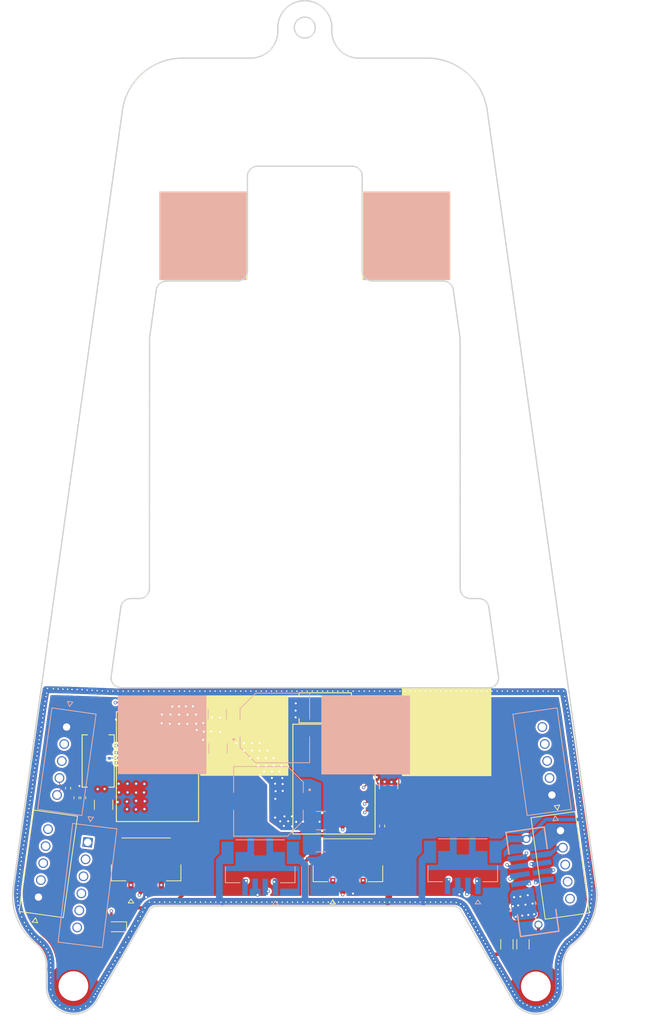
<source format=kicad_pcb>
(kicad_pcb (version 20240108) (generator "pcbnew") (generator_version "8.0")
  (layers (0 "F.Cu" signal) (1 "In1.Cu" power "VBAT.Cu") (2 "In2.Cu" signal "singal1.Cu") (3 "In3.Cu" signal "signal2.Cu") (4 "In4.Cu" power "+8V.Cu") (31 "B.Cu" signal) (34 "B.Paste" user) (35 "F.Paste" user) (36 "B.SilkS" user "B.Silkscreen") (37 "F.SilkS" user "F.Silkscreen") (38 "B.Mask" user) (39 "F.Mask" user) (44 "Edge.Cuts" user))
  (net 0 "")
  (net 1 "GND")
  (net 2 "VBAT")
  (net 3 "+8V")
  (net 4 "Net-(D1-A)")
  (net 5 "PWM2")
  (net 6 "CAN L1")
  (net 7 "PWM4")
  (net 8 "GND_FUSE")
  (net 9 "PWM3")
  (net 10 "PWM1")
  (net 11 "CAN H1")
  (net 12 "Detach")
  (net 13 "servo")
  (net 14 "Net-(U1B-RT)")
  (net 15 "/power/IOUTMON")
  (net 16 "Net-(C17-Pad1)")
  (net 17 "/power/PWR_RUN")
  (net 18 "Net-(U1B-FB)")
  (net 19 "Net-(U2B-RT)")
  (net 20 "Net-(U2B-CTRL2)")
  (net 21 "Net-(U2B-FB)")
  (net 23 "Net-(U1B-CTRL1)")
  (net 24 "/power/PWR_SS")
  (net 28 "GND_Shield")
  (net 29 "/power/SYNC")
  (footprint "Resistor_SMD:R_0402_1005Metric" (layer "F.Cu") (at 91.69 134.37 90)
    (property "Reference" "R6" (hide yes))
    (property "Value" "60R")
  )
  (footprint "Capacitor_SMD:C_1206_3216Metric" (layer "F.Cu") (at 156.79 156.04 90)
    (property "Reference" "R17" (hide yes))
    (property "Value" "2M")
  )
  (footprint "Resistor_SMD:R_0402_1005Metric" (layer "F.Cu") (at 90.69 134.36 -90)
    (property "Reference" "R10" (hide yes))
    (property "Value" "60R")
  )
  (footprint "1719710105:MOLEX_1719710105" (layer "F.Cu") (at 85.063374 149.059263 -98)
    (property "Reference" "J2" (hide yes))
    (property "Value" "1719710105")
  )
  (footprint "Resistor_SMD:R_0201_0603Metric" (layer "F.Cu") (at 98.34 121.14 180)
    (property "Reference" "R4" (hide yes))
    (property "Value" "2.87k")
  )
  (footprint "Resistor_SMD:R_0402_1005Metric" (layer "F.Cu") (at 135.94 138.53 90)
    (property "Reference" "R7" (hide yes))
    (property "Value" "2.8k")
  )
  (footprint "9774120360R:WA-SMSI_9774120360" (layer "F.Cu") (at 90.23 162.23)
    (property "Reference" "MP1" (hide yes))
    (property "Value" "WA-SMSI_9774XXX360")
    (property "VALUE" "M3 x 12mm" (hide yes))
  )
  (footprint "Resistor_SMD:R_0201_0603Metric" (layer "F.Cu") (at 136.3 135.4 180)
    (property "Reference" "R5" (hide yes))
    (property "Value" "124k")
  )
  (footprint "2132250430:MOLEX_2132250430" (layer "F.Cu") (at 130.88 144.13)
    (property "Reference" "J8" (hide yes))
    (property "Value" "2132250430")
  )
  (footprint "LTM8064IY_PBF:BGA108_16X11P9_ADI" (layer "F.Cu") (at 128.81 131.595 180)
    (property "Reference" "U2" (hide yes))
    (property "Value" "LTM8064IY#PBF")
  )
  (footprint "Capacitor_SMD:C_1206_3216Metric" (layer "F.Cu") (at 154.41 156.04 90)
    (property "Reference" "C12" (hide yes))
    (property "Value" "470pF")
  )
  (footprint "Capacitor_SMD:C_1210_3225Metric" (layer "F.Cu") (at 136.9 132.325 90)
    (property "Reference" "C5" (hide yes))
    (property "Value" "100uF")
  )
  (footprint "LTM8064IY_PBF:BGA108_16X11P9_ADI" (layer "F.Cu") (at 102.68 129.745)
    (property "Reference" "U1" (hide yes))
    (property "Value" "LTM8064IY#PBF")
  )
  (footprint "Resistor_SMD:R_0201_0603Metric" (layer "F.Cu") (at 95.86 151.94 90)
    (property "Reference" "R8" (hide yes))
    (property "Value" "100k")
  )
  (footprint "Resistor_SMD:R_0402_1005Metric" (layer "F.Cu") (at 89.45 132.94 90)
    (property "Reference" "R9" (hide yes))
    (property "Value" "120R")
  )
  (footprint "9774120360R:WA-SMSI_9774120360" (layer "F.Cu") (at 158.7 162.28)
    (property "Reference" "MP2" (hide yes))
    (property "Value" "WA-SMSI_9774XXX360")
    (property "VALUE" "M3 x 12mm" (hide yes))
  )
  (footprint "TRME157M016R0030:CAP_TRM-E-2917_AVX-L" (layer "F.Cu") (at 127.52 121.04 180)
    (property "Reference" "C4" (hide yes))
    (property "Value" "150uF")
  )
  (footprint "Resistor_SMD:R_0402_1005Metric" (layer "F.Cu") (at 102.12 120.98)
    (property "Reference" "R3" (hide yes))
    (property "Value" "374k")
  )
  (footprint "1719710105:MOLEX_1719710105" (layer "F.Cu") (at 162.340653 139.224363 98)
    (property "Reference" "J3" (hide yes))
    (property "Value" "1719710105" (hide yes))
  )
  (footprint "Capacitor_SMD:C_0201_0603Metric" (layer "F.Cu") (at 91.18 136.04 -90)
    (property "Reference" "C17" (hide yes))
    (property "Value" "100nF")
  )
  (footprint "Resistor_SMD:R_0201_0603Metric" (layer "F.Cu") (at 100.25 121.04)
    (property "Reference" "R2" (hide yes))
    (property "Value" "124k")
  )
  (footprint "TRME157M016R0030:CAP_TRM-E-2917_AVX-L" (layer "F.Cu") (at 93.9 128.91 90)
    (property "Reference" "C9" (hide yes))
    (property "Value" "150uF")
  )
  (footprint "Capacitor_SMD:C_1210_3225Metric" (layer "F.Cu") (at 94.7 135.39 90)
    (property "Reference" "C10" (hide yes))
    (property "Value" "100uF")
  )
  (footprint "2132250430:MOLEX_2132250430" (layer "F.Cu") (at 101 144)
    (property "Reference" "J6" (hide yes))
    (property "Value" "2132250430")
  )
  (footprint "LED_SMD:LED_0603_1608Metric" (layer "F.Cu") (at 96.63 153.45 180)
    (property "Reference" "D1" (hide yes))
    (property "Value" "NCD0603C1")
  )
  (footprint "2132250430:MOLEX_2132250430" (layer "B.Cu") (at 147.88 144.13 180)
    (property "Reference" "J9" (hide yes))
    (property "Value" "2132250430")
  )
  (footprint "TFM-107-02-L-D-WT:SAMTEC_TFM-107-02-L-D-WT" (layer "B.Cu") (at 158.188059 146.788397 98)
    (property "Reference" "J1" (hide yes))
    (property "Value" "TFM-107-02-L-D-WT")
  )
  (footprint "Capacitor_SMD:C_1210_3225Metric" (layer "B.Cu") (at 126.8762 140.9938)
    (property "Reference" "C2" (hide yes))
    (property "Value" "10u" (hide yes))
  )
  (footprint "Capacitor_SMD:C_1210_3225Metric" (layer "B.Cu") (at 111.54 121.97 90)
    (property "Reference" "C7" (hide yes))
    (property "Value" "10u" (hide yes))
  )
  (footprint "Resistor_SMD:R_0201_0603Metric" (layer "B.Cu") (at 95.22 128.51)
    (property "Reference" "R1" (hide yes))
    (property "Value" "124k")
  )
  (footprint "1719710106:MOLEX_1719710106" (layer "B.Cu") (at 92.347741 140.944663 83)
    (property "Reference" "J7" (hide yes))
    (property "Value" "1719710106")
  )
  (footprint "100SXV15MX:CAP_100SXV15MX" (layer "B.Cu") (at 119.11 134.88 180)
    (property "Reference" "C1" (hide yes))
    (property "Value" "15uf")
  )
  (footprint "1719710105:MOLEX_1719710105" (layer "B.Cu") (at 89.229347 123.884363 82)
    (property "Reference" "J4" (hide yes))
    (property "Value" "1719710105")
  )
  (footprint "2132250430:MOLEX_2132250430" (layer "B.Cu") (at 117.89 144.28 180)
    (property "Reference" "J10" (hide yes))
    (property "Value" "2132250430")
  )
  (footprint "Capacitor_SMD:C_1210_3225Metric" (layer "B.Cu") (at 126.8762 137.7338)
    (property "Reference" "C3" (hide yes))
    (property "Value" "10u" (hide yes))
  )
  (footprint "Capacitor_SMD:C_1210_3225Metric" (layer "B.Cu") (at 111.65 127.05 -90)
    (property "Reference" "C8" (hide yes))
    (property "Value" "10u" (hide yes))
  )
  (footprint "100SXV15MX:CAP_100SXV15MX" (layer "B.Cu") (at 120.06 124.02)
    (property "Reference" "C6" (hide yes))
    (property "Value" "15uf")
  )
  (footprint "1719710105:MOLEX_1719710105" (layer "B.Cu") (at 161.102372 133.977389 -82)
    (property "Reference" "J5" (hide yes))
    (property "Value" "1719710105")
  )
  (gr_line (start 157.88 118.66) (end 162.74 118.65) (stroke (width 1)) (layer "F.Cu") (net 28))
  (gr_arc (start 85.356758 155.659009) (mid 82.595946 151.983831) (end 82.036074 147.421424) (stroke (width 1)) (layer "F.Cu") (net 28))
  (gr_line (start 152.213086 157.632977) (end 148.426623 150.896053) (stroke (width 1)) (layer "F.Cu") (net 28))
  (gr_line (start 146.584313 149.683115) (end 102.37 149.68) (stroke (width 1)) (layer "F.Cu") (net 28))
  (gr_line (start 82.036074 147.421424) (end 85.77 120.96) (stroke (width 1)) (layer "F.Cu") (net 28))
  (gr_line (start 86.98 161.09) (end 87.03 162.1) (stroke (width 1)) (layer "F.Cu") (net 28))
  (gr_line (start 86.890109 159.652792) (end 86.98 161.09) (stroke (width 1)) (layer "F.Cu") (net 28))
  (gr_line (start 86.19 118.35) (end 89.31 118.41) (stroke (width 1)) (layer "F.Cu") (net 28))
  (gr_arc (start 100.83 150.65) (mid 101.473179 149.963655) (end 102.37 149.68) (stroke (width 1)) (layer "F.Cu") (net 28))
  (gr_line (start 96.843699 157.613621) (end 92.7763 164.366378) (stroke (width 1)) (layer "F.Cu") (net 28))
  (gr_line (start 85.77 120.96) (end 86.19 118.35) (stroke (width 1)) (layer "F.Cu") (net 28))
  (gr_line (start 89.31 118.41) (end 97.27 118.7) (stroke (width 1)) (layer "F.Cu") (net 28))
  (gr_line (start 97.27 118.7) (end 157.88 118.66) (stroke (width 1)) (layer "F.Cu") (net 28))
  (gr_arc (start 166.99 147.62) (mid 166.386891 152.177122) (end 163.47 155.73) (stroke (width 1)) (layer "F.Cu") (net 28))
  (gr_line (start 100.83 150.65) (end 100.83 150.65) (stroke (width 1)) (layer "F.Cu") (net 28))
  (gr_line (start 156.03 164.08) (end 152.213086 157.632977) (stroke (width 1)) (layer "F.Cu") (net 28))
  (gr_line (start 96.843699 157.613621) (end 100.83 150.65) (stroke (width 1)) (layer "F.Cu") (net 28))
  (gr_line (start 163.28 121.74) (end 166.99 147.62) (stroke (width 1)) (layer "F.Cu") (net 28))
  (gr_line (start 161.98 159.685) (end 161.87 162.68) (stroke (width 1)) (layer "F.Cu") (net 28))
  (gr_arc (start 146.584313 149.683115) (mid 147.673106 150.034972) (end 148.426673 150.896024) (stroke (width 1)) (layer "F.Cu") (net 28))
  (gr_line (start 163.28 121.74) (end 162.74 118.65) (stroke (width 1)) (layer "F.Cu") (net 28))
  (gr_arc (start 161.98 159.685) (mid 162.346807 157.56502) (end 163.47 155.73) (stroke (width 1)) (layer "F.Cu") (net 28))
  (gr_arc (start 85.356757 155.65901) (mid 86.599297 157.4732) (end 86.890109 159.652792) (stroke (width 1)) (layer "F.Cu") (net 28))
  (gr_line (start 93.4 163.44) (end 96.850613 157.610644) (stroke (width 1)) (layer "B.Cu") (net 28))
  (gr_line (start 96.850613 157.610644) (end 100.836914 150.647023) (stroke (width 1)) (layer "B.Cu") (net 28))
  (gr_line (start 161.98 159.685) (end 162.055153 162.502228) (stroke (width 1)) (layer "B.Cu") (net 28))
  (gr_line (start 157.88 118.66) (end 162.74 118.65) (stroke (width 1)) (layer "B.Cu") (net 28))
  (gr_line (start 97.27 118.7) (end 157.88 118.66) (stroke (width 1)) (layer "B.Cu") (net 28))
  (gr_arc (start 166.830325 147.503099) (mid 166.470451 151.932711) (end 163.78 155.47) (stroke (width 1)) (layer "B.Cu") (net 28))
  (gr_arc (start 84.850109 155.207792) (mid 82.489235 151.693452) (end 82.021431 147.485665) (stroke (width 1)) (layer "B.Cu") (net 28))
  (gr_line (start 152.47 158.12) (end 156.13 164.42) (stroke (width 1)) (layer "B.Cu") (net 28))
  (gr_line (start 146.591227 149.680138) (end 102.376914 149.677023) (stroke (width 1)) (layer "B.Cu") (net 28))
  (gr_arc (start 162.055153 162.502228) (mid 159.748725 165.488353) (end 156.13 164.42) (stroke (width 1)) (layer "B.Cu") (net 28))
  (gr_arc (start 84.850109 155.207792) (mid 86.31 156.65) (end 86.900369 158.615378) (stroke (width 1)) (layer "B.Cu") (net 28))
  (gr_line (start 86.19 118.35) (end 89.31 118.41) (stroke (width 1)) (layer "B.Cu") (net 28))
  (gr_arc (start 161.98 159.685) (mid 162.40161 157.373203) (end 163.78 155.47) (stroke (width 1)) (layer "B.Cu") (net 28))
  (gr_arc (start 146.591227 149.680138) (mid 147.68002 150.031995) (end 148.433587 150.893047) (stroke (width 1)) (layer "B.Cu") (net 28))
  (gr_line (start 163.28 121.73) (end 166.830325 147.503099) (stroke (width 1)) (layer "B.Cu") (net 28))
  (gr_line (start 85.76 120.95) (end 86.19 118.35) (stroke (width 1)) (layer "B.Cu") (net 28))
  (gr_arc (start 100.836914 150.647023) (mid 101.480093 149.960678) (end 102.376914 149.677023) (stroke (width 1)) (layer "B.Cu") (net 28))
  (gr_line (start 89.31 118.41) (end 97.27 118.7) (stroke (width 1)) (layer "B.Cu") (net 28))
  (gr_line (start 82.021431 147.485665) (end 85.76 120.95) (stroke (width 1)) (layer "B.Cu") (net 28))
  (gr_line (start 163.28 121.74) (end 162.74 118.65) (stroke (width 1)) (layer "B.Cu") (net 28))
  (gr_line (start 152.47 158.12) (end 148.433587 150.893047) (stroke (width 1)) (layer "B.Cu") (net 28))
  (gr_line (start 86.933678 162.13458) (end 86.922575 158.615378) (stroke (width 1)) (layer "B.Cu") (net 28))
  (gr_arc (start 93.4 163.44) (mid 89.599824 165.596157) (end 86.933678 162.13458) (stroke (width 1)) (layer "B.Cu") (net 28))
  (gr_rect (start 126.99 119.27) (end 140.01 130.85) (stroke (width 0.1)) (fill solid) (layer "B.SilkS"))
  (gr_rect (start 96.86 119.26) (end 109.88 130.81) (stroke (width 0.1)) (fill solid) (layer "B.SilkS"))
  (gr_rect (start 103.014751 44.665673) (end 115.810659 57.665673) (stroke (width 0.1)) (fill solid) (layer "B.SilkS"))
  (gr_rect (start 133.199001 44.665673) (end 145.970659 57.665673) (stroke (width 0.1)) (fill solid) (layer "B.SilkS"))
  (gr_rect (start 132.973434 44.663729) (end 145.995092 57.663729) (stroke (width 0.1)) (fill solid) (layer "F.SilkS"))
  (gr_rect (start 103.039184 44.663729) (end 115.995092 57.663729) (stroke (width 0.1)) (fill solid) (layer "F.SilkS"))
  (gr_rect (start 109.056584 119.27) (end 122 131.05) (stroke (width 0.1)) (fill solid) (layer "F.SilkS"))
  (gr_rect (start 138.96 118.27) (end 152.01 131.05) (stroke (width 0.2)) (fill solid) (layer "F.SilkS"))
  (gr_arc (start 142.585957 24.863729) (mid 148.490488 27.071342) (end 151.498367 32.611171) (stroke (width 0.2)) (layer "Edge.Cuts"))
  (gr_arc (start 144.989537 57.863729) (mid 145.973626 58.231665) (end 146.47494 59.154971) (stroke (width 0.2)) (layer "Edge.Cuts"))
  (gr_circle (center 124.489136 20.35) (end 122.939136 20.35) (stroke (width 0.2)) (fill none) (layer "Edge.Cuts"))
  (gr_arc (start 97.254187 106.154965) (mid 97.754987 105.231071) (end 98.739588 104.863729) (stroke (width 0.2)) (layer "Edge.Cuts"))
  (gr_line (start 101.50969 66.30986) (end 102.515245 59.15496) (stroke (width 0.2)) (layer "Edge.Cuts"))
  (gr_arc (start 120.495092 20.863729) (mid 119.323519 23.692156) (end 116.495092 24.863729) (stroke (width 0.2)) (layer "Edge.Cuts"))
  (gr_line (start 104.000642 57.863729) (end 114.495092 57.863729) (stroke (width 0.2)) (layer "Edge.Cuts"))
  (gr_line (start 148.995093 104.863729) (end 150.252673 104.863729) (stroke (width 0.2)) (layer "Edge.Cuts"))
  (gr_arc (start 134.495093 57.863729) (mid 133.434432 57.424389) (end 132.995092 56.363728) (stroke (width 0.2)) (layer "Edge.Cuts"))
  (gr_line (start 99.995092 104.863729) (end 98.739588 104.863729) (stroke (width 0.2)) (layer "Edge.Cuts"))
  (gr_line (start 162.74815 159.11068) (end 162.74815 162.363729) (stroke (width 0.2)) (layer "Edge.Cuts"))
  (gr_line (start 115.995092 56.363729) (end 115.995092 42.363729) (stroke (width 0.2)) (layer "Edge.Cuts"))
  (gr_arc (start 162.74815 159.11068) (mid 163.153282 157.356564) (end 164.286612 155.957772) (stroke (width 0.2)) (layer "Edge.Cuts"))
  (gr_arc (start 115.995092 56.363729) (mid 115.555752 57.424389) (end 114.495092 57.863729) (stroke (width 0.2)) (layer "Edge.Cuts"))
  (gr_line (start 102.655064 150.363729) (end 146.33512 150.363729) (stroke (width 0.2)) (layer "Edge.Cuts"))
  (gr_arc (start 146.33512 150.363729) (mid 147.08512 150.564691) (end 147.634158 151.113729) (stroke (width 0.2)) (layer "Edge.Cuts"))
  (gr_line (start 101.356051 151.113685) (end 93.706135 164.36373) (stroke (width 0.2)) (layer "Edge.Cuts"))
  (gr_arc (start 90.242034 166.363729) (mid 87.413606 165.192157) (end 86.242034 162.363729) (stroke (width 0.2)) (layer "Edge.Cuts"))
  (gr_line (start 106.404232 24.863729) (end 116.495092 24.863729) (stroke (width 0.2)) (layer "Edge.Cuts"))
  (gr_arc (start 120.495092 20.363729) (mid 124.495092 16.363729) (end 128.495092 20.363729) (stroke (width 0.2)) (layer "Edge.Cuts"))
  (gr_arc (start 162.74815 162.363729) (mid 159.783426 166.227431) (end 155.284049 164.363729) (stroke (width 0.2)) (layer "Edge.Cuts"))
  (gr_arc (start 84.703572 155.957772) (mid 85.836902 157.356564) (end 86.242034 159.11068) (stroke (width 0.2)) (layer "Edge.Cuts"))
  (gr_arc (start 148.995093 104.863729) (mid 147.934641 104.424598) (end 147.495092 103.364319) (stroke (width 0.2)) (layer "Edge.Cuts"))
  (gr_line (start 95.863018 116.154415) (end 97.254187 106.154965) (stroke (width 0.2)) (layer "Edge.Cuts"))
  (gr_arc (start 132.495092 24.863729) (mid 129.666665 23.692156) (end 128.495092 20.863729) (stroke (width 0.2)) (layer "Edge.Cuts"))
  (gr_line (start 97.306092 118.063729) (end 151.995092 118.063729) (stroke (width 0.2)) (layer "Edge.Cuts"))
  (gr_line (start 120.495092 20.863729) (end 120.495092 20.363729) (stroke (width 0.2)) (layer "Edge.Cuts"))
  (gr_arc (start 93.706135 164.36373) (mid 92.242034 165.827834) (end 90.242034 166.363729) (stroke (width 0.2)) (layer "Edge.Cuts"))
  (gr_arc (start 150.252673 104.863729) (mid 151.235981 105.231759) (end 151.735998 106.154972) (stroke (width 0.2)) (layer "Edge.Cuts"))
  (gr_line (start 132.495092 24.863729) (end 142.585957 24.863729) (stroke (width 0.2)) (layer "Edge.Cuts"))
  (gr_arc (start 167.660563 147.611171) (mid 167.092213 152.236654) (end 164.286612 155.957772) (stroke (width 0.2)) (layer "Edge.Cuts"))
  (gr_line (start 144.989537 57.863729) (end 134.495093 57.863729) (stroke (width 0.2)) (layer "Edge.Cuts"))
  (gr_line (start 147.495092 103.364319) (end 147.480494 66.30986) (stroke (width 0.2)) (layer "Edge.Cuts"))
  (gr_arc (start 97.306092 118.063729) (mid 96.109449 117.468168) (end 95.863018 116.154415) (stroke (width 0.2)) (layer "Edge.Cuts"))
  (gr_line (start 151.498367 32.611171) (end 167.660563 147.611171) (stroke (width 0.2)) (layer "Edge.Cuts"))
  (gr_line (start 131.495091 40.863729) (end 117.495092 40.863729) (stroke (width 0.2)) (layer "Edge.Cuts"))
  (gr_line (start 153.127149 116.151171) (end 151.735998 106.154972) (stroke (width 0.2)) (layer "Edge.Cuts"))
  (gr_line (start 147.480494 66.30986) (end 146.47494 59.154971) (stroke (width 0.2)) (layer "Edge.Cuts"))
  (gr_line (start 155.284049 164.363729) (end 147.634158 151.113729) (stroke (width 0.2)) (layer "Edge.Cuts"))
  (gr_line (start 86.242034 162.363729) (end 86.242034 159.11068) (stroke (width 0.2)) (layer "Edge.Cuts"))
  (gr_line (start 128.495092 20.863729) (end 128.495092 20.363729) (stroke (width 0.2)) (layer "Edge.Cuts"))
  (gr_arc (start 101.495092 103.36432) (mid 101.055543 104.424598) (end 99.995092 104.863729) (stroke (width 0.2)) (layer "Edge.Cuts"))
  (gr_arc (start 153.127149 116.154291) (mid 152.971332 117.352214) (end 151.995092 118.063729) (stroke (width 0.2)) (layer "Edge.Cuts"))
  (gr_arc (start 102.515245 59.15496) (mid 103.016558 58.231661) (end 104.000642 57.863729) (stroke (width 0.2)) (layer "Edge.Cuts"))
  (gr_line (start 132.995092 56.363728) (end 132.995092 42.36373) (stroke (width 0.2)) (layer "Edge.Cuts"))
  (gr_arc (start 97.491817 32.611171) (mid 100.4997 27.071343) (end 106.404232 24.863729) (stroke (width 0.2)) (layer "Edge.Cuts"))
  (gr_arc (start 115.995092 42.363729) (mid 116.434432 41.303069) (end 117.495092 40.863729) (stroke (width 0.2)) (layer "Edge.Cuts"))
  (gr_arc (start 101.356051 151.113685) (mid 101.905078 150.564664) (end 102.655064 150.363729) (stroke (width 0.2)) (layer "Edge.Cuts"))
  (gr_line (start 81.333917 147.580606) (end 97.491817 32.611171) (stroke (width 0.2)) (layer "Edge.Cuts"))
  (gr_arc (start 84.703572 155.957772) (mid 81.892183 152.22234) (end 81.333917 147.580606) (stroke (width 0.2)) (layer "Edge.Cuts"))
  (gr_line (start 101.495092 103.36432) (end 101.50932 66.30986) (stroke (width 0.2)) (layer "Edge.Cuts"))
  (gr_arc (start 131.495091 40.863729) (mid 132.555752 41.303069) (end 132.995092 42.36373) (stroke (width 0.2)) (layer "Edge.Cuts"))
  (segment (start 101.75 148.31) (end 101 149.06) (width 0.3) (layer "F.Cu") (net 1))
  (segment (start 99.53 120.64) (end 98.320001 120.64) (width 0.2) (layer "F.Cu") (net 1))
  (segment (start 101.75 147.27) (end 101.75 148.31) (width 0.3) (layer "F.Cu") (net 1))
  (segment (start 98.320001 120.64) (end 98.02 120.940001) (width 0.2) (layer "F.Cu") (net 1))
  (segment (start 131.63 147.4) (end 131.63 148.52) (width 0.2) (layer "F.Cu") (net 1))
  (segment (start 96.57 122.76) (end 96.54 122.79) (width 0.2) (layer "F.Cu") (net 1))
  (segment (start 98.02 121.14) (end 98.02 122.34) (width 0.2) (layer "F.Cu") (net 1))
  (segment (start 131.63 148.52) (end 131.62 148.53) (width 0.2) (layer "F.Cu") (net 1))
  (segment (start 97.6 122.76) (end 96.57 122.76) (width 0.2) (layer "F.Cu") (net 1))
  (segment (start 98.02 122.34) (end 97.6 122.76) (width 0.2) (layer "F.Cu") (net 1))
  (segment (start 98.02 120.940001) (end 98.02 121.14) (width 0.2) (layer "F.Cu") (net 1))
  (segment (start 99.93 121.04) (end 99.53 120.64) (width 0.2) (layer "F.Cu") (net 1))
  (via (at 131.62 148.53) (size 0.5) (drill 0.3) (layers "F.Cu" "B.Cu") (net 1))
  (via (at 117.5 148.73) (size 0.5) (drill 0.3) (layers "F.Cu" "B.Cu") (net 1))
  (via (at 147.39 148.64) (size 0.5) (drill 0.3) (layers "F.Cu" "B.Cu") (net 1))
  (via (at 123.15 120.38) (size 0.5) (drill 0.3) (layers "F.Cu" "B.Cu") (net 1))
  (via (at 101 149.06) (size 0.5) (drill 0.3) (layers "F.Cu" "B.Cu") (net 1))
  (via (at 96.54 122.79) (size 0.5) (drill 0.3) (layers "F.Cu" "B.Cu") (net 1))
  (via (at 123.13 121.45) (size 0.5) (drill 0.3) (layers "F.Cu" "B.Cu") (net 1))
  (via (at 123.13 122.45) (size 0.5) (drill 0.3) (layers "F.Cu" "B.Cu") (net 1))
  (segment (start 147.13 147.4) (end 147.13 148.38) (width 0.2) (layer "B.Cu") (net 1))
  (segment (start 117.14 148.37) (end 117.5 148.73) (width 0.2) (layer "B.Cu") (net 1))
  (segment (start 117.14 147.55) (end 117.14 148.37) (width 0.2) (layer "B.Cu") (net 1))
  (arc (start 147.13 148.38) (mid 147.206152 148.563848) (end 147.39 148.64) (width 0.2) (layer "B.Cu") (net 1))
  (segment (start 102.63 122.71) (end 102.68 122.76) (width 0.2) (layer "F.Cu") (net 2))
  (segment (start 130.13 148.66) (end 130.1 148.69) (width 0.2) (layer "F.Cu") (net 2))
  (segment (start 100.25 148.51) (end 100.01 148.75) (width 0.3) (layer "F.Cu") (net 2))
  (segment (start 130.13 147.4) (end 130.13 148.66) (width 0.2) (layer "F.Cu") (net 2))
  (segment (start 100.25 147.27) (end 100.25 148.51) (width 0.3) (layer "F.Cu") (net 2))
  (segment (start 102.63 120.98) (end 102.63 122.71) (width 0.2) (layer "F.Cu") (net 2))
  (via (at 107.14 122.06) (size 0.5) (drill 0.3) (layers "F.Cu" "B.Cu") (net 2))
  (via (at 155.71 151.97) (size 0.5) (drill 0.3) (layers "F.Cu" "B.Cu") (net 2))
  (via (at 120.17 133.38) (size 0.5) (drill 0.3) (layers "F.Cu" "B.Cu") (net 2))
  (via (at 109.46 123.3) (size 0.5) (drill 0.3) (layers "F.Cu" "B.Cu") (net 2))
  (via (at 107.92 120.81) (size 0.5) (drill 0.3) (layers "F.Cu" "B.Cu") (net 2))
  (via (at 130.1 148.69) (size 0.5) (drill 0.3) (layers "F.Cu" "B.Cu") (net 2))
  (via (at 120.1 132.27) (size 0.5) (drill 0.3) (layers "F.Cu" "B.Cu") (net 2))
  (via (at 105.88 122.05) (size 0.5) (drill 0.3) (layers "F.Cu" "B.Cu") (net 2))
  (via (at 115.52 126.27) (size 0.5) (drill 0.3) (layers "F.Cu" "B.Cu") (net 2))
  (via (at 110.73 122.45) (size 0.5) (drill 0.3) (layers "F.Cu" "B.Cu") (net 2))
  (via (at 122.62 138.58) (size 0.5) (drill 0.3) (layers "F.Cu" "B.Cu") (net 2))
  (via (at 118.96 127.37) (size 0.5) (drill 0.3) (layers "F.Cu" "B.Cu") (net 2))
  (via (at 158.44 151.59) (size 0.5) (drill 0.3) (layers "F.Cu" "B.Cu") (net 2))
  (via (at 117.79 127.37) (size 0.5) (drill 0.3) (layers "F.Cu" "B.Cu") (net 2))
  (via (at 157.16 150.18) (size 0.5) (drill 0.3) (layers "F.Cu" "B.Cu") (net 2))
  (via (at 119.88 128.49) (size 0.5) (drill 0.3) (layers "F.Cu" "B.Cu") (net 2))
  (via (at 156.68 151.8) (size 0.5) (drill 0.3) (layers "F.Cu" "B.Cu") (net 2))
  (via (at 156.41 148.98) (size 0.5) (drill 0.3) (layers "F.Cu" "B.Cu") (net 2))
  (via (at 104.51 123.4) (size 0.5) (drill 0.3) (layers "F.Cu" "B.Cu") (net 2))
  (via (at 119.07 148.21) (size 0.5) (drill 0.3) (layers "F.Cu" "B.Cu") (net 2))
  (via (at 116.44 128.51) (size 0.5) (drill 0.3) (layers "F.Cu" "B.Cu") (net 2))
  (via (at 108.37 122.03) (size 0.5) (drill 0.3) (layers "F.Cu" "B.Cu") (net 2))
  (via (at 122.58 137.11) (size 0.5) (drill 0.3) (layers "F.Cu" "B.Cu") (net 2))
  (via (at 126.68 137.9) (size 0.5) (drill 0.3) (layers "F.Cu" "B.Cu") (net 2))
  (via (at 123.21 137.93) (size 0.5) (drill 0.3) (layers "F.Cu" "B.Cu") (net 2))
  (via (at 155.48 149.07) (size 0.5) (drill 0.3) (layers "F.Cu" "B.Cu") (net 2))
  (via (at 119.62 130.46) (size 0.5) (drill 0.3) (layers "F.Cu" "B.Cu") (net 2))
  (via (at 117.59 128.49) (size 0.5) (drill 0.3) (layers "F.Cu" "B.Cu") (net 2))
  (via (at 100.01 148.75) (size 0.5) (drill 0.3) (layers "F.Cu" "B.Cu") (net 2))
  (via (at 109.54 124.57) (size 0.5) (drill 0.3) (layers "F.Cu" "B.Cu") (net 2))
  (via (at 114.37 126.29) (size 0.5) (drill 0.3) (layers "F.Cu" "B.Cu") (net 2))
  (via (at 120.74 130.46) (size 0.5) (drill 0.3) (layers "F.Cu" "B.Cu") (net 2))
  (via (at 120.86 137.84) (size 0.5) (drill 0.3) (layers "F.Cu" "B.Cu") (net 2))
  (via (at 157.5 148.78) (size 0.5) (drill 0.3) (layers "F.Cu" "B.Cu") (net 2))
  (via (at 111.98 124.6) (size 0.5) (drill 0.3) (layers "F.Cu" "B.Cu") (net 2))
  (via (at 119.62 131.42) (size 0.5) (drill 0.3) (layers "F.Cu" "B.Cu") (net 2))
  (via (at 121.05 129.59) (size 0.5) (drill 0.3) (layers "F.Cu" "B.Cu") (net 2))
  (via (at 115.52 127.39) (size 0.5) (drill 0.3) (layers "F.Cu" "B.Cu") (net 2))
  (via (at 118.76 129.59) (size 0.5) (drill 0.3) (layers "F.Cu" "B.Cu") (net 2))
  (via (at 105.89 123.41) (size 0.5) (drill 0.3) (layers "F.Cu" "B.Cu") (net 2))
  (via (at 104.88 120.84) (size 0.5) (drill 0.3) (layers "F.Cu" "B.Cu") (net 2))
  (via (at 103.33 122.03) (size 0.5) (drill 0.3) (layers "F.Cu" "B.Cu") (net 2))
  (via (at 121.17 131.44) (size 0.5) (drill 0.3) (layers "F.Cu" "B.Cu") (net 2))
  (via (at 121.39 138.53) (size 0.5) (drill 0.3) (layers "F.Cu" "B.Cu") (net 2))
  (via (at 121.48 137.11) (size 0.5) (drill 0.3) (layers "F.Cu" "B.Cu") (net 2))
  (via (at 116.67 127.37) (size 0.5) (drill 0.3) (layers "F.Cu" "B.Cu") (net 2))
  (via (at 116.64 126.27) (size 0.5) (drill 0.3) (layers "F.Cu" "B.Cu") (net 2))
  (via (at 110.63 124.52) (size 0.5) (drill 0.3) (layers "F.Cu" "B.Cu") (net 2))
  (via (at 124.25 137.89) (size 0.5) (drill 0.3) (layers "F.Cu" "B.Cu") (net 2))
  (via (at 117.61 129.61) (size 0.5) (drill 0.3) (layers "F.Cu" "B.Cu") (net 2))
  (via (at 155.29 150.41) (size 0.5) (drill 0.3) (layers "F.Cu" "B.Cu") (net 2))
  (via (at 109.44 125.78) (size 0.5) (drill 0.3) (layers "F.Cu" "B.Cu") (net 2))
  (via (at 118.47 130.48) (size 0.5) (drill 0.3) (layers "F.Cu" "B.Cu") (net 2))
  (via (at 157.58 151.69) (size 0.5) (drill 0.3) (layers "F.Cu" "B.Cu") (net 2))
  (via (at 105.87 120.84) (size 0.5) (drill 0.3) (layers "F.Cu" "B.Cu") (net 2))
  (via (at 156.08 150.29) (size 0.5) (drill 0.3) (layers "F.Cu" "B.Cu") (net 2))
  (via (at 119.88 129.59) (size 0.5) (drill 0.3) (layers "F.Cu" "B.Cu") (net 2))
  (via (at 120.13 134.51) (size 0.5) (drill 0.3) (layers "F.Cu" "B.Cu") (net 2))
  (via (at 148.48 148.62) (size 0.5) (drill 0.3) (layers "F.Cu" "B.Cu") (net 2))
  (via (at 117.81 126.27) (size 0.5) (drill 0.3) (layers "F.Cu" "B.Cu") (net 2))
  (via (at 104.6 122.03) (size 0.5) (drill 0.3) (layers "F.Cu" "B.Cu") (net 2))
  (via (at 122.03 137.83) (size 0.5) (drill 0.3) (layers "F.Cu" "B.Cu") (net 2))
  (via (at 118.71 128.49) (size 0.5) (drill 0.3) (layers "F.Cu" "B.Cu") (net 2))
  (via (at 120.1 137.29) (size 0.5) (drill 0.3) (layers "F.Cu" "B.Cu") (net 2))
  (via (at 121.22 133.34) (size 0.5) (drill 0.3) (layers "F.Cu" "B.Cu") (net 2))
  (via (at 121.21 132.32) (size 0.5) (drill 0.3) (layers "F.Cu" "B.Cu") (net 2))
  (via (at 111.96 122.48) (size 0.5) (drill 0.3) (layers "F.Cu" "B.Cu") (net 2))
  (via (at 158.21 150.02) (size 0.5) (drill 0.3) (layers "F.Cu" "B.Cu") (net 2))
  (via (at 106.89 120.83) (size 0.5) (drill 0.3) (layers "F.Cu" "B.Cu") (net 2))
  (via (at 107.12 123.42) (size 0.5) (drill 0.3) (layers "F.Cu" "B.Cu") (net 2))
  (via (at 103.3 123.33) (size 0.5) (drill 0.3) (layers "F.Cu" "B.Cu") (net 2))
  (via (at 108.5 124.32) (size 0.5) (drill 0.3) (layers "F.Cu" "B.Cu") (net 2))
  (via (at 108.41 123.39) (size 0.5) (drill 0.3) (layers "F.Cu" "B.Cu") (net 2))
  (segment (start 118.64 147.55) (end 118.64 147.78) (width 0.2) (layer "B.Cu") (net 2))
  (segment (start 111.65 125.575) (end 114.155 125.575) (width 0.3) (layer "B.Cu") (net 2))
  (segment (start 118.64 147.78) (end 119.07 148.21) (width 0.2) (layer "B.Cu") (net 2))
  (segment (start 148.63 147.4) (end 148.63 148.47) (width 0.2) (layer "B.Cu") (net 2))
  (segment (start 114.155 125.575) (end 115.71 124.02) (width 0.3) (layer "B.Cu") (net 2))
  (arc (start 148.63 148.47) (mid 148.586066 148.576066) (end 148.48 148.62) (width 0.2) (layer "B.Cu") (net 2))
  (segment (start 95.86 151.62) (end 95.86 151.13) (width 0.2) (layer "F.Cu") (net 3))
  (via (at 100.75 136.03) (size 0.5) (drill 0.3) (layers "F.Cu" "B.Cu") (net 3))
  (via (at 100.69 133.57) (size 0.5) (drill 0.3) (layers "F.Cu" "B.Cu") (net 3))
  (via (at 135.13 131.3) (size 0.5) (drill 0.3) (layers "F.Cu" "B.Cu") (net 3))
  (via (at 93.83 133.07) (size 0.5) (drill 0.3) (layers "F.Cu" "B.Cu") (net 3))
  (via (at 95.86 151.13) (size 0.5) (drill 0.3) (layers "F.Cu" "B.Cu") (net 3))
  (via (at 96.79 134.99) (size 0.5) (drill 0.3) (layers "F.Cu" "B.Cu") (net 3))
  (via (at 94.85 133.05) (size 0.5) (drill 0.3) (layers "F.Cu" "B.Cu") (net 3))
  (via (at 138.15 131.95) (size 0.5) (drill 0.3) (layers "F.Cu" "B.Cu") (net 3))
  (via (at 98.15 134.92) (size 0.5) (drill 0.3) (layers "F.Cu" "B.Cu") (net 3))
  (via (at 136.3 131.99) (size 0.5) (drill 0.3) (layers "F.Cu" "B.Cu") (net 3))
  (via (at 100.74 132.31) (size 0.5) (drill 0.3) (layers "F.Cu" "B.Cu") (net 3))
  (via (at 99.52 132.27) (size 0.5) (drill 0.3) (layers "F.Cu" "B.Cu") (net 3))
  (via (at 98.25 133.56) (size 0.5) (drill 0.3) (layers "F.Cu" "B.Cu") (net 3))
  (via (at 99.52 133.59) (size 0.5) (drill 0.3) (layers "F.Cu" "B.Cu") (net 3))
  (via (at 100.79 134.86) (size 0.5) (drill 0.3) (layers "F.Cu" "B.Cu") (net 3))
  (via (at 99.5 136.08) (size 0.5) (drill 0.3) (layers "F.Cu" "B.Cu") (net 3))
  (via (at 135.44 131.96) (size 0.5) (drill 0.3) (layers "F.Cu" "B.Cu") (net 3))
  (via (at 98.24 132.27) (size 0.5) (drill 0.3) (layers "F.Cu" "B.Cu") (net 3))
  (via (at 137.32 132.03) (size 0.5) (drill 0.3) (layers "F.Cu" "B.Cu") (net 3))
  (via (at 99.52 134.81) (size 0.5) (drill 0.3) (layers "F.Cu" "B.Cu") (net 3))
  (via (at 98.17 136.05) (size 0.5) (drill 0.3) (layers "F.Cu" "B.Cu") (net 3))
  (via (at 96.97 133.56) (size 0.5) (drill 0.3) (layers "F.Cu" "B.Cu") (net 3))
  (via (at 96.93 132.27) (size 0.5) (drill 0.3) (layers "F.Cu" "B.Cu") (net 3))
  (segment (start 160.803206 142.776794) (end 159.356118 142.776794) (width 0.5) (layer "B.Cu") (net 3))
  (segment (start 162.694153 141.739644) (end 161.840356 141.739644) (width 0.5) (layer "B.Cu") (net 3))
  (segment (start 161.840356 141.739644) (end 160.803206 142.776794) (width 0.5) (layer "B.Cu") (net 3))
  (segment (start 95.86 153.4575) (end 95.9025 153.5) (width 0.2) (layer "F.Cu") (net 4))
  (segment (start 95.86 152.26) (end 95.86 153.4575) (width 0.3) (layer "F.Cu") (net 4))
  (via (at 161.31 145.07) (size 0.5) (drill 0.3) (layers "F.Cu" "B.Cu") (net 5))
  (segment (start 161.087926 145.292074) (end 161.31 145.07) (width 0.2) (layer "B.Cu") (net 5))
  (segment (start 159.709619 145.292074) (end 161.087926 145.292074) (width 0.2) (layer "B.Cu") (net 5))
  (segment (start 91.69 133.86) (end 91.69 133.7) (width 0.1067) (layer "F.Cu") (net 6))
  (segment (start 90.14 132.43) (end 89.45 132.43) (width 0.1067) (layer "F.Cu") (net 6))
  (segment (start 91.28 133.29) (end 91.28 133.01) (width 0.1067) (layer "F.Cu") (net 6))
  (segment (start 90.45 132.74) (end 90.14 132.43) (width 0.1067) (layer "F.Cu") (net 6))
  (segment (start 91.69 133.7) (end 91.28 133.29) (width 0.1067) (layer "F.Cu") (net 6))
  (segment (start 88.168848 132.288848) (end 88.168848 131.430206) (width 0.1067) (layer "F.Cu") (net 6))
  (segment (start 89.45 132.43) (end 89.2 132.68) (width 0.1067) (layer "F.Cu") (net 6))
  (segment (start 89.2 132.68) (end 88.56 132.68) (width 0.1067) (layer "F.Cu") (net 6))
  (segment (start 91.01 132.74) (end 90.45 132.74) (width 0.1067) (layer "F.Cu") (net 6))
  (segment (start 91.28 133.01) (end 91.01 132.74) (width 0.1067) (layer "F.Cu") (net 6))
  (segment (start 88.56 132.68) (end 88.168848 132.288848) (width 0.1067) (layer "F.Cu") (net 6))
  (via (at 149.97 146.69) (size 0.5) (drill 0.3) (layers "F.Cu" "B.Cu") (net 6))
  (via (at 119.98 146.803067) (size 0.5) (drill 0.3) (layers "F.Cu" "B.Cu") (net 6))
  (via (at 128.653017 146.55) (size 0.5) (drill 0.3) (layers "F.Cu" "B.Cu") (net 6))
  (via (at 98.75 147.27) (size 0.5) (drill 0.3) (layers "F.Cu" "B.Cu") (net 6))
  (via (at 158.67 146.92) (size 0.5) (drill 0.3) (layers "F.Cu" "B.Cu") (net 6))
  (via (at 158.016483 144.16644) (size 0.5) (drill 0.3) (layers "F.Cu" "B.Cu") (net 7))
  (segment (start 158.148489 144.034434) (end 158.016483 144.16644) (width 0.2) (layer "B.Cu") (net 7))
  (segment (start 159.53287 144.034434) (end 158.148489 144.034434) (width 0.2) (layer "B.Cu") (net 7))
  (via (at 157.31 142.56) (size 0.5) (drill 0.3) (layers "F.Cu" "B.Cu") (net 9))
  (segment (start 156.615842 143.254158) (end 157.31 142.56) (width 0.2) (layer "B.Cu") (net 9))
  (segment (start 155.959499 143.254158) (end 156.615842 143.254158) (width 0.2) (layer "B.Cu") (net 9))
  (via (at 154.44 144.28) (size 0.5) (drill 0.3) (layers "F.Cu" "B.Cu") (net 10))
  (segment (start 156.136249 144.511798) (end 154.671798 144.511798) (width 0.2) (layer "B.Cu") (net 10))
  (segment (start 154.671798 144.511798) (end 154.44 144.28) (width 0.2) (layer "B.Cu") (net 10))
  (segment (start 89.15 132.99) (end 88.51 132.99) (width 0.1067) (layer "F.Cu") (net 11))
  (segment (start 90.69 133.85) (end 90.69 133.55) (width 0.1067) (layer "F.Cu") (net 11))
  (segment (start 89.45 133.29) (end 89.15 132.99) (width 0.1067) (layer "F.Cu") (net 11))
  (segment (start 90.36 133.05) (end 89.96 133.45) (width 0.1067) (layer "F.Cu") (net 11))
  (segment (start 90.97 133.14) (end 90.88 133.05) (width 0.1067) (layer "F.Cu") (net 11))
  (segment (start 90.88 133.05) (end 90.36 133.05) (width 0.1067) (layer "F.Cu") (net 11))
  (segment (start 88.51 132.99) (end 87.815348 133.684652) (width 0.1067) (layer "F.Cu") (net 11))
  (segment (start 89.96 133.45) (end 89.45 133.45) (width 0.1067) (layer "F.Cu") (net 11))
  (segment (start 90.69 133.55) (end 90.97 133.27) (width 0.1067) (layer "F.Cu") (net 11))
  (segment (start 90.97 133.27) (end 90.97 133.14) (width 0.1067) (layer "F.Cu") (net 11))
  (segment (start 89.45 133.45) (end 89.45 133.29) (width 0.1067) (layer "F.Cu") (net 11))
  (segment (start 87.815348 133.684652) (end 87.815348 133.945487) (width 0.1067) (layer "F.Cu") (net 11))
  (via (at 157.73 147.08) (size 0.5) (drill 0.3) (layers "F.Cu" "B.Cu") (net 11))
  (via (at 133.13 146.58) (size 0.5) (drill 0.3) (layers "F.Cu" "B.Cu") (net 11))
  (via (at 145.79 146.45) (size 0.5) (drill 0.3) (layers "F.Cu" "B.Cu") (net 11))
  (via (at 115.8 146.64) (size 0.5) (drill 0.3) (layers "F.Cu" "B.Cu") (net 11))
  (via (at 103.25 147.27) (size 0.5) (drill 0.3) (layers "F.Cu" "B.Cu") (net 11))
  (via (at 154.89 146.38) (size 0.5) (drill 0.3) (layers "F.Cu" "B.Cu") (net 12))
  (segment (start 155.702437 146.38) (end 154.89 146.38) (width 0.2) (layer "B.Cu") (net 12))
  (segment (start 156.312999 145.769438) (end 155.702437 146.38) (width 0.2) (layer "B.Cu") (net 12))
  (segment (start 96.51435 128.47435) (end 96.51 128.47) (width 0.1067) (layer "F.Cu") (net 14))
  (segment (start 98.23565 128.47435) (end 96.51435 128.47435) (width 0.1067) (layer "F.Cu") (net 14))
  (segment (start 98.87 127.84) (end 98.23565 128.47435) (width 0.1067) (layer "F.Cu") (net 14))
  (via (at 96.51 128.47) (size 0.5) (drill 0.3) (layers "F.Cu" "B.Cu") (net 14))
  (segment (start 95.58 128.47) (end 95.54 128.51) (width 0.1067) (layer "B.Cu") (net 14))
  (segment (start 96.51 128.47) (end 95.58 128.47) (width 0.1067) (layer "B.Cu") (net 14))
  (segment (start 133.89 136.04) (end 133.86 136.04) (width 0.1067) (layer "F.Cu") (net 15))
  (segment (start 96.74278 127.84) (end 96.572542 127.669762) (width 0.1067) (layer "F.Cu") (net 15))
  (segment (start 133.86 136.04) (end 133.37 136.53) (width 0.1067) (layer "F.Cu") (net 15))
  (segment (start 97.6 127.84) (end 96.74278 127.84) (width 0.1067) (layer "F.Cu") (net 15))
  (via (at 133.37 136.53) (size 0.5) (drill 0.3) (layers "F.Cu" "B.Cu") (net 15))
  (via (at 96.572542 127.669762) (size 0.5) (drill 0.3) (layers "F.Cu" "B.Cu") (net 15))
  (segment (start 91.68 134.87) (end 91.69 134.88) (width 0.1067) (layer "F.Cu") (net 16))
  (segment (start 90.69 134.87) (end 91.18 134.87) (width 0.1067) (layer "F.Cu") (net 16))
  (segment (start 91.18 134.87) (end 91.68 134.87) (width 0.1067) (layer "F.Cu") (net 16))
  (segment (start 91.18 135.72) (end 91.18 134.87) (width 0.1067) (layer "F.Cu") (net 16))
  (segment (start 99.969999 120.24) (end 96.49 120.24) (width 0.2) (layer "F.Cu") (net 17))
  (segment (start 100.57 120.840001) (end 99.969999 120.24) (width 0.2) (layer "F.Cu") (net 17))
  (segment (start 100.57 121.04) (end 101.55 121.04) (width 0.2) (layer "F.Cu") (net 17))
  (segment (start 130.08 139.05) (end 130.09 139.06) (width 0.2) (layer "F.Cu") (net 17))
  (segment (start 100.57 121.04) (end 100.57 120.840001) (width 0.2) (layer "F.Cu") (net 17))
  (segment (start 101.61 120.98) (end 101.61 122.56) (width 0.2) (layer "F.Cu") (net 17))
  (segment (start 130.08 138.58) (end 130.08 139.05) (width 0.2) (layer "F.Cu") (net 17))
  (segment (start 101.55 121.04) (end 101.61 120.98) (width 0.2) (layer "F.Cu") (net 17))
  (segment (start 96.49 120.24) (end 96.45 120.28) (width 0.2) (layer "F.Cu") (net 17))
  (segment (start 101.61 122.56) (end 101.41 122.76) (width 0.2) (layer "F.Cu") (net 17))
  (via (at 130.09 139.06) (size 0.5) (drill 0.3) (layers "F.Cu" "B.Cu") (net 17))
  (via (at 96.45 120.28) (size 0.5) (drill 0.3) (layers "F.Cu" "B.Cu") (net 17))
  (segment (start 98.66 122.55) (end 98.87 122.76) (width 0.2) (layer "F.Cu") (net 18))
  (segment (start 98.66 121.14) (end 98.66 122.55) (width 0.2) (layer "F.Cu") (net 18))
  (segment (start 133.25435 134.13435) (end 132.62 133.5) (width 0.1067) (layer "F.Cu") (net 19))
  (segment (start 134.71435 134.13435) (end 133.25435 134.13435) (width 0.1067) (layer "F.Cu") (net 19))
  (segment (start 135.98 135.4) (end 134.71435 134.13435) (width 0.1067) (layer "F.Cu") (net 19))
  (segment (start 133.89 137.31) (end 132.62 137.31) (width 0.1067) (layer "F.Cu") (net 20))
  (segment (start 135.94 139.04) (end 135.76565 139.21435) (width 0.1067) (layer "F.Cu") (net 21))
  (segment (start 133.25435 139.21435) (end 132.62 138.58) (width 0.1067) (layer "F.Cu") (net 21))
  (segment (start 135.76565 139.21435) (end 133.25435 139.21435) (width 0.1067) (layer "F.Cu") (net 21))
  (segment (start 97.6 124.03) (end 97.6 125.3) (width 0.1067) (layer "F.Cu") (net 23))
  (segment (start 97.6 124.03) (end 98.87 124.03) (width 0.1067) (layer "F.Cu") (net 23))
  (segment (start 96.58 126.57) (end 96.54 126.61) (width 0.1067) (layer "F.Cu") (net 24))
  (segment (start 133.89 134.77) (end 133.84 134.77) (width 0.1067) (layer "F.Cu") (net 24))
  (segment (start 133.84 134.77) (end 133.35 135.26) (width 0.1067) (layer "F.Cu") (net 24))
  (segment (start 97.6 126.57) (end 96.58 126.57) (width 0.1067) (layer "F.Cu") (net 24))
  (via (at 133.35 135.26) (size 0.5) (drill 0.3) (layers "F.Cu" "B.Cu") (net 24))
  (via (at 96.54 126.61) (size 0.5) (drill 0.3) (layers "F.Cu" "B.Cu") (net 24))
  (segment (start 156.79 157.515) (end 159.078767 155.226233) (width 0.5) (layer "F.Cu") (net 28))
  (segment (start 95.2 147.68) (end 98.17 150.65) (width 0.5) (layer "F.Cu") (net 28))
  (segment (start 98.17 150.65) (end 100.83 150.65) (width 0.5) (layer "F.Cu") (net 28))
  (segment (start 135.73 142.35) (end 136.93 143.55) (width 1) (layer "F.Cu") (net 28))
  (segment (start 105.85 142.22) (end 106.8 143.17) (width 0.5) (layer "F.Cu") (net 28))
  (segment (start 156.79 157.515) (end 152.331063 157.515) (width 0.5) (layer "F.Cu") (net 28))
  (segment (start 106.8 143.17) (end 106.8 148.36) (width 0.5) (layer "F.Cu") (net 28))
  (segment (start 126.03 142.35) (end 124.520451 143.859549) (width 0.5) (layer "F.Cu") (net 28))
  (segment (start 136.93 143.55) (end 136.93 149.64) (width 1) (layer "F.Cu") (net 28))
  (segment (start 159.078767 155.226233) (end 159.078767 153.126112) (width 0.5) (layer "F.Cu") (net 28))
  (segment (start 106.8 148.36) (end 105.48 149.68) (width 0.5) (layer "F.Cu") (net 28))
  (segment (start 136.93 149.64) (end 136.78 149.79) (width 1) (layer "F.Cu") (net 28))
  (segment (start 124.520451 143.859549) (end 124.520451 149.665299) (width 0.5) (layer "F.Cu") (net 28))
  (segment (start 95.2 143.17) (end 95.2 147.68) (width 0.5) (layer "F.Cu") (net 28))
  (segment (start 105.48 149.68) (end 102.37 149.68) (width 0.5) (layer "F.Cu") (net 28))
  (segment (start 96.15 142.22) (end 95.2 143.17) (width 0.5) (layer "F.Cu") (net 28))
  (segment (start 152.331063 157.515) (end 152.213086 157.632977) (width 0.5) (layer "F.Cu") (net 28))
  (via (at 144.643104 118.57) (size 0.4) (drill 0.2) (layers "F.Cu" "B.Cu") (net 28))
  (via (at 160.77 164.65) (size 0.4) (drill 0.2) (layers "F.Cu" "B.Cu") (net 28))
  (via (at 163.54 122.26) (size 0.4) (drill 0.2) (layers "F.Cu" "B.Cu") (net 28))
  (via (at 117.372431 149.8) (size 0.4) (drill 0.2) (layers "F.Cu" "B.Cu") (net 28))
  (via (at 164.72 130.738216) (size 0.4) (drill 0.2) (layers "F.Cu" "B.Cu") (net 28))
  (via (at 97.13 157.23) (size 0.4) (drill 0.2) (layers "F.Cu" "B.Cu") (net 28))
  (via (at 143.129548 118.57) (size 0.4) (drill 0.2) (layers "F.Cu" "B.Cu") (net 28))
  (via (at 162.07 158.4) (size 0.4) (drill 0.2) (layers "F.Cu" "B.Cu") (net 28))
  (via (at 109.047873 149.8) (size 0.4) (drill 0.2) (layers "F.Cu" "B.Cu") (net 28))
  (via (at 145.399882 118.57) (size 0.4) (drill 0.2) (layers "F.Cu" "B.Cu") (net 28))
  (via (at 137.048659 149.8) (size 0.4) (drill 0.2) (layers "F.Cu" "B.Cu") (net 28))
  (via (at 82.06 150.26) (size 0.4) (drill 0.2) (layers "F.Cu" "B.Cu") (net 28))
  (via (at 84.120109 132.96) (size 0.4) (drill 0.2) (layers "F.Cu" "B.Cu") (net 28))
  (via (at 81.990109 149.667792) (size 0.4) (drill 0.2) (layers "F.Cu" "B.Cu") (net 28))
  (via (at 83.17 139.56) (size 0.4) (drill 0.2) (layers "F.Cu" "B.Cu") (net 28))
  (via (at 86.87 162.74) (size 0.4) (drill 0.2) (layers "F.Cu" "B.Cu") (net 28))
  (via (at 149.94055 118.57) (size 0.4) (drill 0.2) (layers "F.Cu" "B.Cu") (net 28))
  (via (at 163.64 155.69) (size 0.4) (drill 0.2) (layers "F.Cu" "B.Cu") (net 28))
  (via (at 86.87 160.96) (size 0.4) (drill 0.2) (layers "F.Cu" "B.Cu") (net 28))
  (via (at 85.59 123.21) (size 0.4) (drill 0.2) (layers "F.Cu" "B.Cu") (net 28))
  (via (at 161.18 164.24) (size 0.4) (drill 0.2) (layers "F.Cu" "B.Cu") (net 28))
  (via (at 150.07 154.01) (size 0.4) (drill 0.2) (layers "F.Cu" "B.Cu") (net 28))
  (via (at 102.140216 118.57) (size 0.4) (drill 0.2) (layers "F.Cu" "B.Cu") (net 28))
  (via (at 90.26 165.71) (size 0.4) (drill 0.2) (layers "F.Cu" "B.Cu") (net 28))
  (via (at 96.085992 118.57) (size 0.4) (drill 0.2) (layers "F.Cu" "B.Cu") (net 28))
  (via (at 83.64 135.96) (size 0.4) (drill 0.2) (layers "F.Cu" "B.Cu") (net 28))
  (via (at 151.51 156.45) (size 0.4) (drill 0.2) (layers "F.Cu" "B.Cu") (net 28))
  (via (at 151.454106 118.57) (size 0.4) (drill 0.2) (layers "F.Cu" "B.Cu") (net 28))
  (via (at 163.32 156) (size 0.4) (drill 0.2) (layers "F.Cu" "B.Cu") (net 28))
  (via (at 85.819891 121.34) (size 0.4) (drill 0.2) (layers "F.Cu" "B.Cu") (net 28))
  (via (at 136.291881 149.8) (size 0.4) (drill 0.2) (layers "F.Cu" "B.Cu") (net 28))
  (via (at 166.56 144.502428) (size 0.4) (drill 0.2) (layers "F.Cu" "B.Cu") (net 28))
  (via (at 117.275776 118.57) (size 0.4) (drill 0.2) (layers "F.Cu" "B.Cu") (net 28))
  (via (at 151.78 156.91) (size 0.4) (drill 0.2) (layers "F.Cu" "B.Cu") (net 28))
  (via (at 100.14 151.93) (size 0.4) (drill 0.2) (layers "F.Cu" "B.Cu") (net 28))
  (via (at 134.80499 118.57) (size 0.4) (drill 0.2) (layers "F.Cu" "B.Cu") (net 28))
  (via (at 128.627446 118.57) (size 0.4) (drill 0.2) (layers "F.Cu" "B.Cu") (net 28))
  (via (at 82.980109 152.827792) (size 0.4) (drill 0.2) (layers "F.Cu" "B.Cu") (net 28))
  (via (at 161.98 159.785) (size 0.4) (drill 0.2) (layers "F.Cu" "B.Cu") (net 28))
  (via (at 96.07 159.02) (size 0.4) (drill 0.2) (layers "F.Cu" "B.Cu") (net 28))
  (via (at 84.470109 154.927792) (size 0.4) (drill 0.2) (layers "F.Cu" "B.Cu") (net 28))
  (via (at 148.93 151.98) (size 0.4) (drill 0.2) (layers "F.Cu" "B.Cu") (net 28))
  (via (at 157.39 165.05) (size 0.4) (drill 0.2) (layers "F.Cu" "B.Cu") (net 28))
  (via (at 162.96 119.35) (size 0.4) (drill 0.2) (layers "F.Cu" "B.Cu") (net 28))
  (via (at 130.237657 149.8) (size 0.4) (drill 0.2) (layers "F.Cu" "B.Cu") (net 28))
  (via (at 124.940211 149.8) (size 0.4) (drill 0.2) (layers "F.Cu" "B.Cu") (net 28))
  (via (at 127.870668 118.57) (size 0.4) (drill 0.2) (layers "F.Cu" "B.Cu") (net 28))
  (via (at 134.021547 149.8) (size 0.4) (drill 0.2) (layers "F.Cu" "B.Cu") (net 28))
  (via (at 103.750427 149.8) (size 0.4) (drill 0.2) (layers "F.Cu" "B.Cu") (net 28))
  (via (at 115.76222 118.57) (size 0.4) (drill 0.2) (layers "F.Cu" "B.Cu") (net 28))
  (via (at 155.27 163.02) (size 0.4) (drill 0.2) (layers "F.Cu" "B.Cu") (net 28))
  (via (at 102.993649 149.8) (size 0.4) (drill 0.2) (layers "F.Cu" "B.Cu") (net 28))
  (via (at 161.93 162.54) (size 0.4) (drill 0.2) (layers "F.Cu" "B.Cu") (net 28))
  (via (at 156.34 164.38) (size 0.4) (drill 0.2) (layers "F.Cu" "B.Cu") (net 28))
  (via (at 148.426994 118.57) (size 0.4) (drill 0.2) (layers "F.Cu" "B.Cu") (net 28))
  (via (at 108.951218 118.57) (size 0.4) (drill 0.2) (layers "F.Cu" "B.Cu") (net 28))
  (via (at 130.994435 149.8) (size 0.4) (drill 0.2) (layers "F.Cu" "B.Cu") (net 28))
  (via (at 139.318993 149.8) (size 0.4) (drill 0.2) (layers "F.Cu" "B.Cu") (net 28))
  (via (at 96.84277 118.57) (size 0.4) (drill 0.2) (layers "F.Cu" "B.Cu") (net 28))
  (via (at 109.804651 149.8) (size 0.4) (drill 0.2) (layers "F.Cu" "B.Cu") (net 28))
  (via (at 118.885987 149.8) (size 0.4) (drill 0.2) (layers "F.Cu" "B.Cu") (net 28))
  (via (at 131.751213 149.8) (size 0.4) (drill 0.2) (layers "F.Cu" "B.Cu") (net 28))
  (via (at 84.420109 130.56) (size 0.4) (drill 0.2) (layers "F.Cu" "B.Cu") (net 28))
  (via (at 84.650109 129.36) (size 0.4) (drill 0.2) (layers "F.Cu" "B.Cu") (net 28))
  (via (at 164.81 131.33666) (size 0.4) (drill 0.2) (layers "F.Cu" "B.Cu") (net 28))
  (via (at 155.56 163.5) (size 0.4) (drill 0.2) (layers "F.Cu" "B.Cu") (net 28))
  (via (at 162.9 156.44) (size 0.4) (drill 0.2) (layers "F.Cu" "B.Cu") (net 28))
  (via (at 134.048212 118.57) (size 0.4) (drill 0.2) (layers "F.Cu" "B.Cu") (net 28))
  (via (at 87.27 118.22) (size 0.4) (drill 0.2) (layers "F.Cu" "B.Cu") (net 28))
  (via (at 94.71 161.44) (size 0.4) (drill 0.2) (layers "F.Cu" "B.Cu") (net 28))
  (via (at 154.39 161.48) (size 0.4) (drill 0.2) (layers "F.Cu" "B.Cu") (net 28))
  (via (at 86.87 158.811919) (size 0.4) (drill 0.2) (layers "F.Cu" "B.Cu") (net 28))
  (via (at 164.94 132.533548) (size 0.4) (drill 0.2) (layers "F.Cu" "B.Cu") (net 28))
  (via (at 83.46 137.16) (size 0.4) (drill 0.2) (layers "F.Cu" "B.Cu") (net 28))
  (via (at 152.210884 118.57) (size 0.4) (drill 0.2) (layers "F.Cu" "B.Cu") (net 28))
  (via (at 149.8 153.49) (size 0.4) (drill 0.2) (layers "F.Cu" "B.Cu") (net 28))
  (via (at 83.490109 136.56) (size 0.4) (drill 0.2) (layers "F.Cu" "B.Cu") (net 28))
  (via (at 114.248664 118.57) (size 0.4) (drill 0.2) (layers "F.Cu" "B.Cu") (net 28))
  (via (at 165.31 135.525768) (size 0.4) (drill 0.2) (layers "F.Cu" "B.Cu") (net 28))
  (via (at 85.350109 124.56) (size 0.4) (drill 0.2) (layers "F.Cu" "B.Cu") (net 28))
  (via (at 93.5 163.4) (size 0.4) (drill 0.2) (layers "F.Cu" "B.Cu") (net 28))
  (via (at 87.97 118.26) (size 0.4) (drill 0.2) (layers "F.Cu" "B.Cu") (net 28))
  (via (at 92.78 164.55) (size 0.4) (drill 0.2) (layers "F.Cu" "B.Cu") (net 28))
  (via (at 166.84 149.999235) (size 0.4) (drill 0.2) (layers "F.Cu" "B.Cu") (net 28))
  (via (at 153.61 160.03) (size 0.4) (drill 0.2) (layers "F.Cu" "B.Cu") (net 28))
  (via (at 82.880109 141.36) (size 0.4) (drill 0.2) (layers "F.Cu" "B.Cu") (net 28))
  (via (at 108.19444 118.57) (size 0.4) (drill 0.2) (layers "F.Cu" "B.Cu") (net 28))
  (via (at 167 148.093092) (size 0.4) (drill 0.2) (layers "F.Cu" "B.Cu") (net 28))
  (via (at 95.78 159.57) (size 0.4) (drill 0.2) (layers "F.Cu" "B.Cu") (net 28))
  (via (at 164.43 155.02) (size 0.4) (drill 0.2) (layers "F.Cu" "B.Cu") (net 28))
  (via (at 129.384224 118.57) (size 0.4) (drill 0.2) (layers "F.Cu" "B.Cu") (net 28))
  (via (at 162.540578 156.903075) (size 0.4) (drill 0.2) (layers "F.Cu" "B.Cu") (net 28))
  (via (at 166.77 150.634616) (size 0.4) (drill 0.2) (layers "F.Cu" "B.Cu") (net 28))
  (via (at 100.49 151.26) (size 0.4) (drill 0.2) (layers "F.Cu" "B.Cu") (net 28))
  (via (at 92.27 118.41) (size 0.4) (drill 0.2) (layers "F.Cu" "B.Cu") (net 28))
  (via (at 132.534656 118.57) (size 0.4) (drill 0.2) (layers "F.Cu" "B.Cu") (net 28))
  (via (at 116.615653 149.8) (size 0.4) (drill 0.2) (layers "F.Cu" "B.Cu") (net 28))
  (via (at 85.689891 122.54) (size 0.4) (drill 0.2) (layers "F.Cu" "B.Cu") (net 28))
  (via (at 165.42 153.84) (size 0.4) (drill 0.2) (layers "F.Cu" "B.Cu") (net 28))
  (via (at 139.345658 118.57) (size 0.4) (drill 0.2) (layers "F.Cu" "B.Cu") (net 28))
  (via (at 84.19 132.36) (size 0.4) (drill 0.2) (layers "F.Cu" "B.Cu") (net 28))
  (via (at 157.97 165.33) (size 0.4) (drill 0.2) (layers "F.Cu" "B.Cu") (net 28))
  (via (at 82.690109 142.56) (size 0.4) (drill 0.2) (layers "F.Cu" "B.Cu") (net 28))
  (via (at 166.08 140.911764) (size 0.4) (drill 0.2) (layers "F.Cu" "B.Cu") (net 28))
  (via (at 93.75 163) (size 0.4) (drill 0.2) (layers "F.Cu" "B.Cu") (net 28))
  (via (at 165.1 133.730436) (size 0.4) (drill 0.2) (layers "F.Cu" "B.Cu") (net 28))
  (via (at 161.99 161.86) (size 0.4) (drill 0.2) (layers "F.Cu" "B.Cu") (net 28))
  (via (at 98.41 155) (size 0.4) (drill 0.2) (layers "F.Cu" "B.Cu") (net 28))
  (via (at 88.68 118.28) (size 0.4) (drill 0.2) (layers "F.Cu" "B.Cu") (net 28))
  (via (at 108.291095 149.8) (size 0.4) (drill 0.2) (layers "F.Cu" "B.Cu") (net 28))
  (via (at 162.805776 118.57) (size 0.4) (drill 0.2) (layers "F.Cu" "B.Cu") (net 28))
  (via (at 82.76 141.96) (size 0.4) (drill 0.2) (layers "F.Cu" "B.Cu") (net 28))
  (via (at 87.58 164.37) (size 0.4) (drill 0.2) (layers "F.Cu" "B.Cu") (net 28))
  (via (at 100.836914 150.647023) (size 0.4) (drill 0.2) (layers "F.Cu" "B.Cu") (net 28))
  (via (at 81.920109 148.537792) (size 0.4) (drill 0.2) (layers "F.Cu" "B.Cu") (net 28))
  (via (at 115.858875 149.8) (size 0.4) (drill 0.2) (layers "F.Cu" "B.Cu") (net 28))
  (via (at 165.65 137.919544) (size 0.4) (drill 0.2) (layers "F.Cu" "B.Cu") (net 28))
  (via (at 81.92 149.1) (size 0.4) (drill 0.2) (layers "F.Cu" "B.Cu") (net 28))
  (via (at 166.24 142.108652) (size 0.4) (drill 0.2) (layers "F.Cu" "B.Cu") (net 28))
  (via (at 94.44 161.81) (size 0.4) (drill 0.2) (layers "F.Cu" "B.Cu") (net 28))
  (via (at 150.36 154.51) (size 0.4) (drill 0.2) (layers "F.Cu" "B.Cu") (net 28))
  (via (at 84.51 129.96) (size 0.4) (drill 0.2) (layers "F.Cu" "B.Cu") (net 28))
  (via (at 166.99 146.896204) (size 0.4) (drill 0.2) (layers "F.Cu" "B.Cu") (net 28))
  (via (at 118.129209 149.8) (size 0.4) (drill 0.2) (layers "F.Cu" "B.Cu") (net 28))
  (via (at 165.38 136.124212) (size 0.4) (drill 0.2) (layers "F.Cu" "B.Cu") (net 28))
  (via (at 85.47 123.91) (size 0.4) (drill 0.2) (layers "F.Cu" "B.Cu") (net 28))
  (via (at 121.156321 149.8) (size 0.4) (drill 0.2) (layers "F.Cu" "B.Cu") (net 28))
  (via (at 166.68 151.27) (size 0.4) (drill 0.2) (layers "F.Cu" "B.Cu") (net 28))
  (via (at 96.4 158.49) (size 0.4) (drill 0.2) (layers "F.Cu" "B.Cu") (net 28))
  (via (at 164.09 125.35222) (size 0.4) (drill 0.2) (layers "F.Cu" "B.Cu") (net 28))
  (via (at 126.357112 118.57) (size 0.4) (drill 0.2) (layers "F.Cu" "B.Cu") (net 28))
  (via (at 86.740109 157.707792) (size 0.4) (drill 0.2) (layers "F.Cu" "B.Cu") (net 28))
  (via (at 84.850109 128.16) (size 0.4) (drill 0.2) (layers "F.Cu" "B.Cu") (net 28))
  (via (at 115.005442 118.57) (size 0.4) (drill 0.2) (layers "F.Cu" "B.Cu") (net 28))
  (via (at 85.170109 125.76) (size 0.4) (drill 0.2) (layers "F.Cu" "B.Cu") (net 28))
  (via (at 122.573222 118.57) (size 0.4) (drill 0.2) (layers "F.Cu" "B.Cu") (net 28))
  (via (at 123.426655 149.8) (size 0.4) (drill 0.2) (layers "F.Cu" "B.Cu") (net 28))
  (via (at 166.17 152.62) (size 0.4) (drill 0.2) (layers "F.Cu" "B.Cu") (net 28))
  (via (at 127.967323 149.8) (size 0.4) (drill 0.2) (layers "F.Cu" "B.Cu") (net 28))
  (via (at 83.910109 134.16) (size 0.4) (drill 0.2) (layers "F.Cu" "B.Cu") (net 28))
  (via (at 130.89778 118.57) (size 0.4) (drill 0.2) (layers "F.Cu" "B.Cu") (net 28))
  (via (at 104.41055 118.57) (size 0.4) (drill 0.2) (layers "F.Cu" "B.Cu") (net 28))
  (via (at 111.221552 118.57) (size 0.4) (drill 0.2) (layers "F.Cu" "B.Cu") (net 28))
  (via (at 142.346105 149.8) (size 0.4) (drill 0.2) (layers "F.Cu" "B.Cu") (net 28))
  (via (at 118.032554 118.57) (size 0.4) (drill 0.2) (layers "F.Cu" "B.Cu") (net 28))
  (via (at 86.87 159.477792) (size 0.4) (drill 0.2) (layers "F.Cu" "B.Cu") (net 28))
  (via (at 163.61 122.8) (size 0.4) (drill 0.2) (layers "F.Cu" "B.Cu") (net 28))
  (via (at 159.021886 118.57) (size 0.4) (drill 0.2) (layers "F.Cu" "B.Cu") (net 28))
  (via (at 146.15666 118.57) (size 0.4) (drill 0.2) (layers "F.Cu" "B.Cu") (net 28))
  (via (at 91.26 165.55) (size 0.4) (drill 0.2) (layers "F.Cu" "B.Cu") (net 28))
  (via (at 106.020761 149.8) (size 0.4) (drill 0.2) (layers "F.Cu" "B.Cu") (net 28))
  (via (at 143.886326 118.57) (size 0.4) (drill 0.2) (layers "F.Cu" "B.Cu") (net 28))
  (via (at 81.95 147.97) (size 0.4) (drill 0.2) (layers "F.Cu" "B.Cu") (net 28))
  (via (at 155.9 163.98) (size 0.4) (drill 0.2) (layers "F.Cu" "B.Cu") (net 28))
  (via (at 111.97833 118.57) (size 0.4) (drill 0.2) (layers "F.Cu" "B.Cu") (net 28))
  (via (at 150.69 155.03) (size 0.4) (drill 0.2) (layers "F.Cu" "B.Cu") (net 28))
  (via (at 84.7 128.76) (size 0.4) (drill 0.2) (layers "F.Cu" "B.Cu") (net 28))
  (via (at 105.924106 118.57) (size 0.4) (drill 0.2) (layers "F.Cu" "B.Cu") (net 28))
  (via (at 165.55 137.3211) (size 0.4) (drill 0.2) (layers "F.Cu" "B.Cu") (net 28))
  (via (at 112.735108 118.57) (size 0.4) (drill 0.2) (layers "F.Cu" "B.Cu") (net 28))
  (via (at 162.36 157.38) (size 0.4) (drill 0.2) (layers "F.Cu" "B.Cu") (net 28))
  (via (at 115.102097 149.8) (size 0.4) (drill 0.2) (layers "F.Cu" "B.Cu") (net 28))
  (via (at 164.43 128.34444) (size 0.4) (drill 0.2) (layers "F.Cu" "B.Cu") (net 28))
  (via (at 158.265108 118.57) (size 0.4) (drill 0.2) (layers "F.Cu" "B.Cu") (net 28))
  (via (at 137.832102 118.57) (size 0.4) (drill 0.2) (layers "F.Cu" "B.Cu") (net 28))
  (via (at 84.01 133.56) (size 0.4) (drill 0.2) (layers "F.Cu" "B.Cu") (net 28))
  (via (at 127.11389 118.57) (size 0.4) (drill 0.2) (layers "F.Cu" "B.Cu") (net 28))
  (via (at 152.967662 118.57) (size 0.4) (drill 0.2) (layers "F.Cu" "B.Cu") (net 28))
  (via (at 83.380109 137.76) (size 0.4) (drill 0.2) (layers "F.Cu" "B.Cu") (net 28))
  (via (at 166.98 147.494648) (size 0.4) (drill 0.2) (layers "F.Cu" "B.Cu") (net 28))
  (via (at 141.615992 118.57) (size 0.4) (drill 0.2) (layers "F.Cu" "B.Cu") (net 28))
  (via (at 85.93 120.74) (size 0.4) (drill 0.2) (layers "F.Cu" "B.Cu") (net 28))
  (via (at 116.518998 118.57) (size 0.4) (drill 0.2) (layers "F.Cu" "B.Cu") (net 28))
  (via (at 166.74 145.699316) (size 0.4) (drill 0.2) (layers "F.Cu" "B.Cu") (net 28))
  (via (at 82.12 146.72) (size 0.4) (drill 0.2) (layers "F.Cu" "B.Cu") (net 28))
  (via (at 84.91 127.56) (size 0.4) (drill 0.2) (layers "F.Cu" "B.Cu") (net 28))
  (via (at 83.740109 135.36) (size 0.4) (drill 0.2) (layers "F.Cu" "B.Cu") (net 28))
  (via (at 149.5 152.98) (size 0.4) (drill 0.2) (layers "F.Cu" "B.Cu") (net 28))
  (via (at 141.589327 149.8) (size 0.4) (drill 0.2) (layers "F.Cu" "B.Cu") (net 28))
  (via (at 165.82 139.116432) (size 0.4) (drill 0.2) (layers "F.Cu" "B.Cu") (net 28))
  (via (at 161.486763 163.769891) (size 0.4) (drill 0.2) (layers "F.Cu" "B.Cu") (net 28))
  (via (at 88.22 165.04) (size 0.4) (drill 0.2) (layers "F.Cu" "B.Cu") (net 28))
  (via (at 130.141002 118.57) (size 0.4) (drill 0.2) (layers "F.Cu" "B.Cu") (net 28))
  (via (at 99.78 152.59) (size 0.4) (drill 0.2) (layers "F.Cu" "B.Cu") (net 28))
  (via (at 165.25 134.927324) (size 0.4) (drill 0.2) (layers "F.Cu" "B.Cu") (net 28))
  (via (at 107.534317 149.8) (size 0.4) (drill 0.2) (layers "F.Cu" "B.Cu") (net 28))
  (via (at 102.236871 149.8) (size 0.4) (drill 0.2) (layers "F.Cu" "B.Cu") (net 28))
  (via (at 164.21 126.549108) (size 0.4) (drill 0.2) (layers "F.Cu" "B.Cu") (net 28))
  (via (at 83.27 153.36) (size 0.4) (drill 0.2) (layers "F.Cu" "B.Cu") (net 28))
  (via (at 152.215 157.745) (size 0.4) (drill 0.2) (layers "F.Cu" "B.Cu") (net 28))
  (via (at 147.56 150.08) (size 0.4) (drill 0.2) (layers "F.Cu" "B.Cu") (net 28))
  (via (at 83.040109 140.16) (size 0.4) (drill 0.2) (layers "F.Cu" "B.Cu") (net 28))
  (via (at 157.50833 118.57) (size 0.4) (drill 0.2) (layers "F.Cu" "B.Cu") (net 28))
  (via (at 151.22 155.97) (size 0.4) (drill 0.2) (layers "F.Cu" "B.Cu") (net 28))
  (via (at 126.453767 149.8) (size 0.4) (drill 0.2) (layers "F.Cu" "B.Cu") (net 28))
  (via (at 84.31 131.16) (size 0.4) (drill 0.2) (layers "F.Cu" "B.Cu") (net 28))
  (via (at 123.33 118.57) (size 0.4) (drill 0.2) (layers "F.Cu" "B.Cu") (net 28))
  (via (at 87.15 163.6) (size 0.4) (drill 0.2) (layers "F.Cu" "B.Cu") (net 28))
  (via (at 164.9 131.935104) (size 0.4) (drill 0.2) (layers "F.Cu" "B.Cu") (net 28))
  (via (at 125.696989 149.8) (size 0.4) (drill 0.2) (layers "F.Cu" "B.Cu") (net 28))
  (via (at 153.83 160.49) (size 0.4) (drill 0.2) (layers "F.Cu" "B.Cu") (net 28))
  (via (at 93.75 118.49) (size 0.4) (drill 0.2) (layers "F.Cu" "B.Cu") (net 28))
  (via (at 125.600334 118.57) (size 0.4) (drill 0.2) (layers "F.Cu" "B.Cu") (net 28))
  (via (at 140.832549 149.8) (size 0.4) (drill 0.2) (layers "F.Cu" "B.Cu") (net 28))
  (via (at 99.34 153.32) (size 0.4) (drill 0.2) (layers "F.Cu" "B.Cu") (net 28))
  (via (at 149.183772 118.57) (size 0.4) (drill 0.2) (layers "F.Cu" "B.Cu") (net 28))
  (via (at 128.724101 149.8) (size 0.4) (drill 0.2) (layers "F.Cu" "B.Cu") (net 28))
  (via (at 165.16 134.32888) (size 0.4) (drill 0.2) (layers "F.Cu" "B.Cu") (net 28))
  (via (at 105.263983 149.8) (size 0.4) (drill 0.2) (layers "F.Cu" "B.Cu") (net 28))
  (via (at 159.77 165.18) (size 0.4) (drill 0.2) (layers "F.Cu" "B.Cu") (net 28))
  (via (at 93.28 163.81) (size 0.4) (drill 0.2) (layers "F.Cu" "B.Cu") (net 28))
  (via (at 90.03 118.32) (size 0.4) (drill 0.2) (layers "F.Cu" "B.Cu") (net 28))
  (via (at 164.81 154.65) (size 0.4) (drill 0.2) (layers "F.Cu" "B.Cu") (net 28))
  (via (at 94.51 118.53) (size 0.4) (drill 0.2) (layers "F.Cu" "B.Cu") (net 28))
  (via (at 153.01 159.11) (size 0.4) (drill 0.2) (layers "F.Cu" "B.Cu") (net 28))
  (via (at 93.97 162.59) (size 0.4) (drill 0.2) (layers "F.Cu" "B.Cu") (net 28))
  (via (at 146.913438 118.57) (size 0.4) (drill 0.2) (layers "F.Cu" "B.Cu") (net 28))
  (via (at 162.048998 118.57) (size 0.4) (drill 0.2) (layers "F.Cu" "B.Cu") (net 28))
  (via (at 95.329214 118.57) (size 0.4) (drill 0.2) (layers "F.Cu" "B.Cu") (net 28))
  (via (at 121.913099 149.8) (size 0.4) (drill 0.2) (layers "F.Cu" "B.Cu") (net 28))
  (via (at 148.63 151.46) (size 0.4) (drill 0.2) (layers "F.Cu" "B.Cu") (net 28))
  (via (at 89.08 165.53) (size 0.4) (drill 0.2) (layers "F.Cu" "B.Cu") (net 28))
  (via (at 86.4 118.17) (size 0.4) (drill 0.2) (layers "F.Cu" "B.Cu") (net 28))
  (via (at 148.33 150.94) (size 0.4) (drill 0.2) (layers "F.Cu" "B.Cu") (net 28))
  (via (at 133.291434 118.57) (size 0.4) (drill 0.2) (layers "F.Cu" "B.Cu") (net 28))
  (via (at 135.535103 149.8) (size 0.4) (drill 0.2) (layers "F.Cu" "B.Cu") (net 28))
  (via (at 94.95 161.05) (size 0.4) (drill 0.2) (layers "F.Cu" "B.Cu") (net 28))
  (via (at 111.318207 149.8) (size 0.4) (drill 0.2) (layers "F.Cu" "B.Cu") (net 28))
  (via (at 146.13 149.8) (size 0.4) (drill 0.2) (layers "F.Cu" "B.Cu") (net 28))
  (via (at 120.302888 118.57) (size 0.4) (drill 0.2) (layers "F.Cu" "B.Cu") (net 28))
  (via (at 84.240109 131.76) (size 0.4) (drill 0.2) (layers "F.Cu" "B.Cu") (net 28))
  (via (at 84.05 154.45) (size 0.4) (drill 0.2) (layers "F.Cu" "B.Cu") (net 28))
  (via (at 156.751552 118.57) (size 0.4) (drill 0.2) (layers "F.Cu" "B.Cu") (net 28))
  (via (at 119.54611 118.57) (size 0.4) (drill 0.2) (layers "F.Cu" "B.Cu") (net 28))
  (via (at 153.72444 118.57) (size 0.4) (drill 0.2) (layers "F.Cu" "B.Cu") (net 28))
  (via (at 106.680884 118.57) (size 0.4) (drill 0.2) (layers "F.Cu" "B.Cu") (net 28))
  (via (at 156.8 164.78) (size 0.4) (drill 0.2) (layers "F.Cu" "B.Cu") (net 28))
  (via (at 148.02 150.45) (size 0.4) (drill 0.2) (layers "F.Cu" "B.Cu") (net 28))
  (via (at 86.049891 120.09) (size 0.4) (drill 0.2) (layers "F.Cu" "B.Cu") (net 28))
  (via (at 150.94 155.5) (size 0.4) (drill 0.2) (layers "F.Cu" "B.Cu") (net 28))
  (via (at 82.360109 144.96) (size 0.4) (drill 0.2) (layers "F.Cu" "B.Cu") (net 28))
  (via (at 160.33 165.02) (size 0.4) (drill 0.2) (layers "F.Cu" "B.Cu") (net 28))
  (via (at 166.39 143.30554) (size 0.4) (drill 0.2) (layers "F.Cu" "B.Cu") (net 28))
  (via (at 159.22 165.36) (size 0.4) (drill 0.2) (layers "F.Cu" "B.Cu") (net 28))
  (via (at 86.51 157.22) (size 0.4) (drill 0.2) (layers "F.Cu" "B.Cu") (net 28))
  (via (at 154.481218 118.57) (size 0.4) (drill 0.2) (layers "F.Cu" "B.Cu") (net 28))
  (via (at 136.318546 118.57) (size 0.4) (drill 0.2) (layers "F.Cu" "B.Cu") (net 28))
  (via (at 147.670216 118.57) (size 0.4) (drill 0.2) (layers "F.Cu" "B.Cu") (net 28))
  (via (at 165.01 133.131992) (size 0.4) (drill 0.2) (layers "F.Cu" "B.Cu") (net 28))
  (via (at 99.113104 118.57) (size 0.4) (drill 0.2) (layers "F.Cu" "B.Cu") (net 28))
  (via (at 140.859214 118.57) (size 0.4) (drill 0.2) (layers "F.Cu" "B.Cu") (net 28))
  (via (at 97.599548 118.57) (size 0.4) (drill 0.2) (layers "F.Cu" "B.Cu") (net 28))
  (via (at 138.58888 118.57) (size 0.4) (drill 0.2) (layers "F.Cu" "B.Cu") (net 28))
  (via (at 165.95 153.03) (size 0.4) (drill 0.2) (layers "F.Cu" "B.Cu") (net 28))
  (via (at 164.66 130.139772) (size 0.4) (drill 0.2) (layers "F.Cu" "B.Cu") (net 28))
  (via (at 83.35 138.36) (size 0.4) (drill 0.2) (layers "F.Cu" "B.Cu") (net 28))
  (via (at 85.24 125.16) (size 0.4) (drill 0.2) (layers "F.Cu" "B.Cu") (net 28))
  (via (at 164.15 125.950664) (size 0.4) (drill 0.2) (layers "F.Cu" "B.Cu") (net 28))
  (via (at 152.7 158.62) (size 0.4) (drill 0.2) (layers "F.Cu" "B.Cu") (net 28))
  (via (at 107.437662 118.57) (size 0.4) (drill 0.2) (layers "F.Cu" "B.Cu") (net 28))
  (via (at 85.84 156.19) (size 0.4) (drill 0.2) (layers "F.Cu" "B.Cu") (net 28))
  (via (at 83.600109 153.917792) (size 0.4) (drill 0.2) (layers "F.Cu" "B.Cu") (net 28))
  (via (at 118.789332 118.57) (size 0.4) (drill 0.2) (layers "F.Cu" "B.Cu") (net 28))
  (via (at 122.669877 149.8) (size 0.4) (drill 0.2) (layers "F.Cu" "B.Cu") (net 28))
  (via (at 85.358696 155.693865) (size 0.4) (drill 0.2) (layers "F.Cu" "B.Cu") (net 28))
  (via (at 158.58 165.45) (size 0.4) (drill 0.2) (layers "F.Cu" "B.Cu") (net 28))
  (via (at 166.32 142.707096) (size 0.4) (drill 0.2) (layers "F.Cu" "B.Cu") (net 28))
  (via (at 93.02 118.44) (size 0.4) (drill 0.2) (layers "F.Cu" "B.Cu") (net 28))
  (via (at 164.29 127.147552) (size 0.4) (drill 0.2) (layers "F.Cu" "B.Cu") (net 28))
  (via (at 154.69 161.99) (size 0.4) (drill 0.2) (layers "F.Cu" "B.Cu") (net 28))
  (via (at 82.180109 150.827792) (size 0.4) (drill 0.2) (layers "F.Cu" "B.Cu") (net 28))
  (via (at 97.55 156.53) (size 0.4) (drill 0.2) (layers "F.Cu" "B.Cu") (net 28))
  (via (at 164.5 128.942884) (size 0.4) (drill 0.2) (layers "F.Cu" "B.Cu") (net 28))
  (via (at 92.05 165.2) (size 0.4) (drill 0.2) (layers "F.Cu" "B.Cu") (net 28))
  (via (at 140.075771 149.8) (size 0.4) (drill 0.2) (layers "F.Cu" "B.Cu") (net 28))
  (via (at 99.869882 118.57) (size 0.4) (drill 0.2) (layers "F.Cu" "B.Cu") (net 28))
  (via (at 105.167328 118.57) (size 0.4) (drill 0.2) (layers "F.Cu" "B.Cu") (net 28))
  (via (at 120.399543 149.8) (size 0.4) (drill 0.2) (layers "F.Cu" "B.Cu") (net 28))
  (via (at 166.15 141.510208) (size 0.4) (drill 0.2) (layers "F.Cu" "B.Cu") (net 28))
  (via (at 109.707996 118.57) (size 0.4) (drill 0.2) (layers "F.Cu" "B.Cu") (net 28))
  (via (at 110.561429 149.8) (size 0.4) (drill 0.2) (layers "F.Cu" "B.Cu") (net 28))
  (via (at 164.35 127.745996) (size 0.4) (drill 0.2) (layers "F.Cu" "B.Cu") (net 28))
  (via (at 153.35 159.61) (size 0.4) (drill 0.2) (layers "F.Cu" "B.Cu") (net 28))
  (via (at 91.52 118.35) (size 0.4) (drill 0.2) (layers "F.Cu" "B.Cu") (net 28))
  (via (at 98.843764 154.128834) (size 0.4) (drill 0.2) (layers "F.Cu" "B.Cu") (net 28))
  (via (at 124.183433 149.8) (size 0.4) (drill 0.2) (layers "F.Cu" "B.Cu") (net 28))
  (via (at 82.96 140.76) (size 0.4) (drill 0.2) (layers "F.Cu" "B.Cu") (net 28))
  (via (at 124.843556 118.57) (size 0.4) (drill 0.2) (layers "F.Cu" "B.Cu") (net 28))
  (via (at 106.777539 149.8) (size 0.4) (drill 0.2) (layers "F.Cu" "B.Cu") (net 28))
  (via (at 98.356326 118.57) (size 0.4) (drill 0.2) (layers "F.Cu" "B.Cu") (net 28))
  (via (at 103.653772 118.57) (size 0.4) (drill 0.2) (layers "F.Cu" "B.Cu") (net 28))
  (via (at 82.575931 152.004328) (size 0.4) (drill 0.2) (layers "F.Cu" "B.Cu") (net 28))
  (via (at 164.019999 155.379999) (size 0.4) (drill 0.2) (layers "F.Cu" "B.Cu") (net 28))
  (via (at 134.778325 149.8) (size 0.4) (drill 0.2) (layers "F.Cu" "B.Cu") (net 28))
  (via (at 119.642765 149.8) (size 0.4) (drill 0.2) (layers "F.Cu" "B.Cu") (net 28))
  (via (at 90.78 118.33) (size 0.4) (drill 0.2) (layers "F.Cu" "B.Cu") (net 28))
  (via (at 113.588541 149.8) (size 0.4) (drill 0.2) (layers "F.Cu" "B.Cu") (net 28))
  (via (at 155.237996 118.57) (size 0.4) (drill 0.2) (layers "F.Cu" "B.Cu") (net 28))
  (via (at 165.47 136.722656) (size 0.4) (drill 0.2) (layers "F.Cu" "B.Cu") (net 28))
  (via (at 86.87 160.23) (size 0.4) (drill 0.2) (layers "F.Cu" "B.Cu") (net 28))
  (via (at 163.22 120.57) (size 0.4) (drill 0.2) (layers "F.Cu" "B.Cu") (net 28))
  (via (at 86.169891 119.39) (size 0.4) (drill 0.2) (layers "F.Cu" "B.Cu") (net 28))
  (via (at 82.38 144.36) (size 0.4) (drill 0.2) (layers "F.Cu" "B.Cu") (net 28))
  (via (at 95.2 160.65) (size 0.4) (drill 0.2) (layers "F.Cu" "B.Cu") (net 28))
  (via (at 101.383438 118.57) (size 0.4) (drill 0.2) (layers "F.Cu" "B.Cu") (net 28))
  (via (at 144.616439 149.8) (size 0.4) (drill 0.2) (layers "F.Cu" "B.Cu") (net 28))
  (via (at 127.210545 149.8) (size 0.4) (drill 0.2) (layers "F.Cu" "B.Cu") (net 28))
  (via (at 159.778664 118.57) (size 0.4) (drill 0.2) (layers "F.Cu" "B.Cu") (net 28))
  (via (at 163.71 123.36) (size 0.4) (drill 0.2) (layers "F.Cu" "B.Cu") (net 28))
  (via (at 85.75 121.94) (size 0.4) (drill 0.2) (layers "F.Cu" "B.Cu") (net 28))
  (via (at 166.95 148.728473) (size 0.4) (drill 0.2) (layers "F.Cu" "B.Cu") (net 28))
  (via (at 166.66 145.100872) (size 0.4) (drill 0.2) (layers "F.Cu" "B.Cu") (net 28))
  (via (at 121.816444 118.57) (size 0.4) (drill 0.2) (layers "F.Cu" "B.Cu") (net 28))
  (via (at 165.71 153.45) (size 0.4) (drill 0.2) (layers "F.Cu" "B.Cu") (net 28))
  (via (at 140.102436 118.57) (size 0.4) (drill 0.2) (layers "F.Cu" "B.Cu") (net 28))
  (via (at 165.9 139.714876) (size 0.4) (drill 0.2) (layers "F.Cu" "B.Cu") (net 28))
  (via (at 161.98 158.94) (size 0.4) (drill 0.2) (layers "F.Cu" "B.Cu") (net 28))
  (via (at 166.85 146.29776) (size 0.4) (drill 0.2) (layers "F.Cu" "B.Cu") (net 28))
  (via (at 161.82 163.17) (size 0.4) (drill 0.2) (layers "F.Cu" "B.Cu") (net 28))
  (via (at 133.264769 149.8) (size 0.4) (drill 0.2) (layers "F.Cu" "B.Cu") (net 28))
  (via (at 143.102883 149.8) (size 0.4) (drill 0.2) (layers "F.Cu" "B.Cu") (net 28))
  (via (at 161.29222 118.57) (size 0.4) (drill 0.2) (layers "F.Cu" "B.Cu") (net 28))
  (via (at 86.28 118.87) (size 0.4) (drill 0.2) (layers "F.Cu" "B.Cu") (net 28))
  (via (at 149.19 152.47) (size 0.4) (drill 0.2) (layers "F.Cu" "B.Cu") (net 28))
  (via (at 166.36 152.19) (size 0.4) (drill 0.2) (layers "F.Cu" "B.Cu") (net 28))
  (via (at 135.561768 118.57) (size 0.4) (drill 0.2) (layers "F.Cu" "B.Cu") (net 28))
  (via (at 86.260109 156.717792) (size 0.4) (drill 0.2) (layers "F.Cu" "B.Cu") (net 28))
  (via (at 154.1 160.98) (size 0.4) (drill 0.2) (layers "F.Cu" "B.Cu") (net 28))
  (via (at 110.464774 118.57) (size 0.4) (drill 0.2) (layers "F.Cu" "B.Cu") (net 28))
  (via (at 163.81 124.06) (size 0.4) (drill 0.2) (layers "F.Cu" "B.Cu") (net 28))
  (via (at 83.83 134.76) (size 0.4) (drill 0.2) (layers "F.Cu" "B.Cu") (net 28))
  (via (at 137.075324 118.57) (size 0.4) (drill 0.2) (layers "F.Cu" "B.Cu") (net 28))
  (via (at 86.87 161.79) (size 0.4) (drill 0.2) (layers "F.Cu" "B.Cu") (net 28))
  (via (at 104.507205 149.8) (size 0.4) (drill 0.2) (layers "F.Cu" "B.Cu") (net 28))
  (via (at 82.55 143.16) (size 0.4) (drill 0.2) (layers "F.Cu" "B.Cu") (net 28))
  (via (at 89.66 165.62) (size 0.4) (drill 0.2) (layers "F.Cu" "B.Cu") (net 28))
  (via (at 166.53 151.75) (size 0.4) (drill 0.2) (layers "F.Cu" "B.Cu") (net 28))
  (via (at 82.520109 143.76) (size 0.4) (drill 0.2) (layers "F.Cu" "B.Cu") (net 28))
  (via (at 132.507991 149.8) (size 0.4) (drill 0.2) (layers "F.Cu" "B.Cu") (net 28))
  (via (at 82.33 151.42) (size 0.4) (drill 0.2) (layers "F.Cu" "B.Cu") (net 28))
  (via (at 95.5 160.1) (size 0.4) (drill 0.2) (layers "F.Cu" "B.Cu") (net 28))
  (via (at 142.37277 118.57) (size 0.4) (drill 0.2) (layers "F.Cu" "B.Cu") (net 28))
  (via (at 151.99 157.35) (size 0.4) (drill 0.2) (layers "F.Cu" "B.Cu") (net 28))
  (via (at 85 126.96) (size 0.4) (drill 0.2) (layers "F.Cu" "B.Cu") (net 28))
  (via (at 83.250109 138.96) (size 0.4) (drill 0.2) (layers "F.Cu" "B.Cu") (net 28))
  (via (at 137.805437 149.8) (size 0.4) (drill 0.2) (layers "F.Cu" "B.Cu") (net 28))
  (via (at 121.059666 118.57) (size 0.4) (drill 0.2) (layers "F.Cu" "B.Cu") (net 28))
  (via (at 124.086778 118.57) (size 0.4) (drill 0.2) (layers "F.Cu" "B.Cu") (net 28))
  (via (at 163.43 121.71) (size 0.4) (drill 0.2) (layers "F.Cu" "B.Cu") (net 28))
  (via (at 84.93 155.32) (size 0.4) (drill 0.2) (layers "F.Cu" "B.Cu") (net 28))
  (via (at 97.97 155.75) (size 0.4) (drill 0.2) (layers "F.Cu" "B.Cu") (net 28))
  (via (at 145.373217 149.8) (size 0.4) (drill 0.2) (layers "F.Cu" "B.Cu") (net 28))
  (via (at 102.896994 118.57) (size 0.4) (drill 0.2) (layers "F.Cu" "B.Cu") (net 28))
  (via (at 166.01 140.31332) (size 0.4) (drill 0.2) (layers "F.Cu" "B.Cu") (net 28))
  (via (at 146.91 149.86) (size 0.4) (drill 0.2) (layers "F.Cu" "B.Cu") (net 28))
  (via (at 94.23 162.22) (size 0.4) (drill 0.2) (layers "F.Cu" "B.Cu") (net 28))
  (via (at 82.010109 147.382302) (size 0.4) (drill 0.2) (layers "F.Cu" "B.Cu") (net 28))
  (via (at 155.01 162.5) (size 0.4) (drill 0.2) (layers "F.Cu" "B.Cu") (net 28))
  (via (at 152.43 158.18) (size 0.4) (drill 0.2) (layers "F.Cu" "B.Cu") (net 28))
  (via (at 129.480879 149.8) (size 0.4) (drill 0.2) (layers "F.Cu" "B.Cu") (net 28))
  (via (at 96.69 158.01) (size 0.4) (drill 0.2) (layers "F.Cu" "B.Cu") (net 28))
  (via (at 138.562215 149.8) (size 0.4) (drill 0.2) (layers "F.Cu" "B.Cu") (net 28))
  (via (at 113.491886 118.57) (size 0.4) (drill 0.2) (layers "F.Cu" "B.Cu") (net 28))
  (via (at 165.75 138.517988) (size 0.4) (drill 0.2) (layers "F.Cu" "B.Cu") (net 28))
  (via (at 164.58 129.541328) (size 0.4) (drill 0.2) (layers "F.Cu" "B.Cu") (net 28))
  (via (at 166.95 149.363854) (size 0.4) (drill 0.2) (layers "F.Cu" "B.Cu") (net 28))
  (via (at 163.32 121.13) (size 0.4) (drill 0.2) (layers "F.Cu" "B.Cu") (net 28))
  (via (at 163.93 124.753776) (size 0.4) (drill 0.2) (layers "F.Cu" "B.Cu") (net 28))
  (via (at 155.994774 118.57) (size 0.4) (drill 0.2) (layers "F.Cu" "B.Cu") (net 28))
  (via (at 166.48 143.903984) (size 0.4) (drill 0.2) (layers "F.Cu" "B.Cu") (net 28))
  (via (at 163.09 120) (size 0.4) (drill 0.2) (layers "F.Cu" "B.Cu") (net 28))
  (via (at 89.38 118.3) (size 0.4) (drill 0.2) (layers "F.Cu" "B.Cu") (net 28))
  (via (at 82.200109 146.117792) (size 0.4) (drill 0.2) (layers "F.Cu" "B.Cu") (net 28))
  (via (at 160.535442 118.57) (size 0.4) (drill 0.2) (layers "F.Cu" "B.Cu") (net 28))
  (via (at 112.074985 149.8) (size 0.4) (drill 0.2) (layers "F.Cu" "B.Cu") (net 28))
  (via (at 114.345319 149.8) (size 0.4) (drill 0.2) (layers "F.Cu" "B.Cu") (net 28))
  (via (at 101.480093 149.8) (size 0.4) (drill 0.2) (layers "F.Cu" "B.Cu") (net 28))
  (via (at 131.654563 118.57) (size 0.4) (drill 0.2) (layers "F.Cu" "B.Cu") (net 28))
  (via (at 100.62666 118.57) (size 0.4) (drill 0.2) (layers "F.Cu" "B.Cu") (net 28))
  (via (at 150.697328 118.57) (size 0.4) (drill 0.2) (layers "F.Cu" "B.Cu") (net 28))
  (via (at 165.13 154.25) (size 0.4) (drill 0.2) (layers "F.Cu" "B.Cu") (net 28))
  (via (at 82.28 145.56) (size 0.4) (drill 0.2) (layers "F.Cu" "B.Cu") (net 28))
  (via (at 162.13 157.84) (size 0.4) (drill 0.2) (layers "F.Cu" "B.Cu") (net 28))
  (via (at 86.8 158.26) (size 0.4) (drill 0.2) (layers "F.Cu" "B.Cu") (net 28))
  (via (at 143.859661 149.8) (size 0.4) (drill 0.2) (layers "F.Cu" "B.Cu") (net 28))
  (via (at 85.11 126.36) (size 0.4) (drill 0.2) (layers "F.Cu" "B.Cu") (net 28))
  (via (at 112.831763 149.8) (size 0.4) (drill 0.2) (layers "F.Cu" "B.Cu") (net 28))
  (via (at 161.925 161.1825) (size 0.4) (drill 0.2) (layers "F.Cu" "B.Cu") (net 28))
  (via (at 161.96 160.47) (size 0.4) (drill 0.2) (layers "F.Cu" "B.Cu") (net 28))
  (segment (start 141.83 143.55) (end 141.83 149.6) (width 1) (layer "B.Cu") (net 28))
  (segment (start 165.55 137.3211) (end 165.3011 137.57) (width 0.5) (layer "B.Cu") (net 28))
  (segment (start 122.74 142.5) (end 124.520451 144.280451) (width 1) (layer "B.Cu") (net 28))
  (segment (start 141.83 149.6) (end 142.02 149.79) (width 1) (layer "B.Cu") (net 28))
  (segment (start 124.520451 144.280451) (end 124.520451 149.665299) (width 1) (layer "B.Cu") (net 28))
  (segment (start 157.297351 140.450682) (end 160.178033 137.57) (width 0.5) (layer "B.Cu") (net 28))
  (segment (start 152.73 142.35) (end 154.629318 140.450682) (width 1) (layer "B.Cu") (net 28))
  (segment (start 154.629318 140.450682) (end 157.297351 140.450682) (width 1) (layer "B.Cu") (net 28))
  (segment (start 165.3011 137.57) (end 160.178033 137.57) (width 0.5) (layer "B.Cu") (net 28))
  (segment (start 111.84 143.7) (end 111.84 149.31) (width 1) (layer "B.Cu") (net 28))
  (segment (start 111.84 149.31) (end 112.27 149.74) (width 1) (layer "B.Cu") (net 28))
  (segment (start 113.04 142.5) (end 111.84 143.7) (width 1) (layer "B.Cu") (net 28))
  (segment (start 143.03 142.35) (end 141.83 143.55) (width 1) (layer "B.Cu") (net 28))
  (segment (start 97.6 129.11) (end 96.651244 129.11) (width 0.2) (layer "F.Cu") (net 29))
  (segment (start 133.89 132.23) (end 133.795041 132.23) (width 0.2) (layer "F.Cu") (net 29))
  (segment (start 133.795041 132.23) (end 133.197391 132.82765) (width 0.2) (layer "F.Cu") (net 29))
  (segment (start 96.651244 129.11) (end 96.571338 129.189906) (width 0.2) (layer "F.Cu") (net 29))
  (via (at 133.197391 132.82765) (size 0.5) (drill 0.3) (layers "F.Cu" "B.Cu") (net 29))
  (via (at 96.571338 129.189906) (size 0.5) (drill 0.3) (layers "F.Cu" "B.Cu") (net 29))
  (zone (net 3) (net_name "+8V") (layer "F.Cu") (priority 6) (connect_pads yes (clearance 0.3)) (min_thickness 0.25) (fill yes (thermal_gap 0.5) (thermal_bridge_width 0.5))
    (polygon (pts (xy 128.34 119.44) (xy 128.35 123.07) (xy 129.01 123.07) (xy 129.47 123.45) (xy 129.47 123.84) (xy 129.47 123.9) (xy 129.47 128.86) (xy 129.48 130.01) (xy 129.7 130.3) (xy 134.42 130.3) (xy 135.28 132.46) (xy 138.51 132.47) (xy 138.49 128.95) (xy 138.47 119.67) (xy 138.08 119.45) (xy 131.72 119.45)))
  )
  (zone (net 3) (net_name "+8V") (layer "F.Cu") (priority 5) (connect_pads yes (clearance 0.3)) (min_thickness 0.25) (fill yes (thermal_gap 0.5) (thermal_bridge_width 0.5))
    (polygon (pts (xy 92.48 130.73) (xy 92.48 132.85) (xy 93.05 133.46) (xy 93.06 134.98) (xy 93.39 135.37) (xy 96.25 135.38) (xy 96.61 135.69) (xy 96.62 137.19) (xy 96.62 137.66) (xy 96.96 137.93) (xy 101.6 137.93) (xy 102 137.69) (xy 102.01 131.44) (xy 101.61 131.14) (xy 96.28 131.15) (xy 95.56 130.82)))
  )
  (zone (net 2) (net_name "VBAT") (layer "F.Cu") (priority 6) (connect_pads yes (clearance 0.3)) (min_thickness 0.25) (fill yes (thermal_gap 0.5) (thermal_bridge_width 0.5))
    (polygon (pts (xy 102.11 120.32) (xy 102.11 124.55) (xy 102.2 124.66) (xy 108.02 124.66) (xy 109.01 125.28) (xy 109.08 126.45) (xy 110.36 127.08) (xy 114.17 127.07) (xy 119.21 132.3) (xy 119.26 137.87) (xy 120.98 139.11) (xy 129.28 139.09) (xy 129.51 138.56) (xy 129.51 136.94) (xy 129.29 136.75) (xy 123 136.75) (xy 122.13 136.74) (xy 121.86 136.49) (xy 121.87 129.74) (xy 118.23 125.5) (xy 118.29 122.49) (xy 117.95 121.99) (xy 109.99 121.97) (xy 108.2 120.07) (xy 102.71 120.05)))
  )
  (zone (net 1) (net_name "GND") (layers "F.Cu" "In2.Cu" "In3.Cu" "B.Cu") (priority 5) (connect_pads yes (clearance 0.3)) (min_thickness 0.25) (fill yes (thermal_gap 0.5) (thermal_bridge_width 0.5))
    (polygon (pts (xy 84.730768 117.167138) (xy 79.450768 155.217138) (xy 86.300768 166.877138) (xy 161.760768 167.137138) (xy 169.160768 154.367138) (xy 163.980768 117.337138)))
  )
  (zone (net 2) (net_name "VBAT") (layer "B.Cu") (priority 6) (connect_pads yes (clearance 0.2)) (min_thickness 0.25) (fill yes (thermal_gap 0.5) (thermal_bridge_width 0.5))
    (polygon (pts (xy 155.13 148.12) (xy 154.83 148.68) (xy 155.21 151.88) (xy 155.74 152.51) (xy 158.39 152.24) (xy 158.9 151.71) (xy 158.35 147.82) (xy 158.11 147.61)))
  )
  (zone (net 3) (net_name "+8V") (layer "B.Cu") (priority 5) (connect_pads yes (clearance 0.2)) (min_thickness 0.25) (fill yes (thermal_gap 0.5) (thermal_bridge_width 0.5))
    (polygon (pts (xy 157.96 143.33) (xy 157.82 142.1) (xy 158.46 141.18) (xy 163.37 140.54) (xy 163.91 140.85) (xy 164.07 142.1) (xy 164.11 142.36) (xy 163.97 142.59) (xy 158.25 143.39)))
  )
  (zone (net 2) (net_name "VBAT") (layer "B.Cu") (priority 7) (connect_pads yes (clearance 0.3)) (min_thickness 0.25) (fill yes (thermal_gap 0.5) (thermal_bridge_width 0.5))
    (polygon (pts (xy 109.17 122.4) (xy 109.15 126.53) (xy 110.36 127.07) (xy 114.16 127.07) (xy 119.21 132.3) (xy 119.24 137.75) (xy 120.96 139.14) (xy 123.66 139.16) (xy 124.2 139.82) (xy 124.2 142.47) (xy 124.51 142.81) (xy 126.26 142.8) (xy 126.91 142.38) (xy 126.91 134.28) (xy 126.91 132.22) (xy 125.4 131.57) (xy 123.56 131.58) (xy 118.28 125.52) (xy 118.28 122.49) (xy 117.92 122.01) (xy 109.83 122.01)))
  )
  (zone (net 2) (net_name "VBAT") (layer "B.Cu") (priority 7) (connect_pads yes (clearance 0)) (min_thickness 0.25) (fill yes (thermal_gap 0.5) (thermal_bridge_width 0.5))
    (polygon (pts (xy 109.83 122.01) (xy 108.2 120.08) (xy 102.7 120.05) (xy 102.1 120.33) (xy 102.11 124.55) (xy 102.21 124.65) (xy 108 124.66) (xy 109.01 125.27) (xy 109.08 126.45) (xy 110.36 127.07)))
  )
)
</source>
